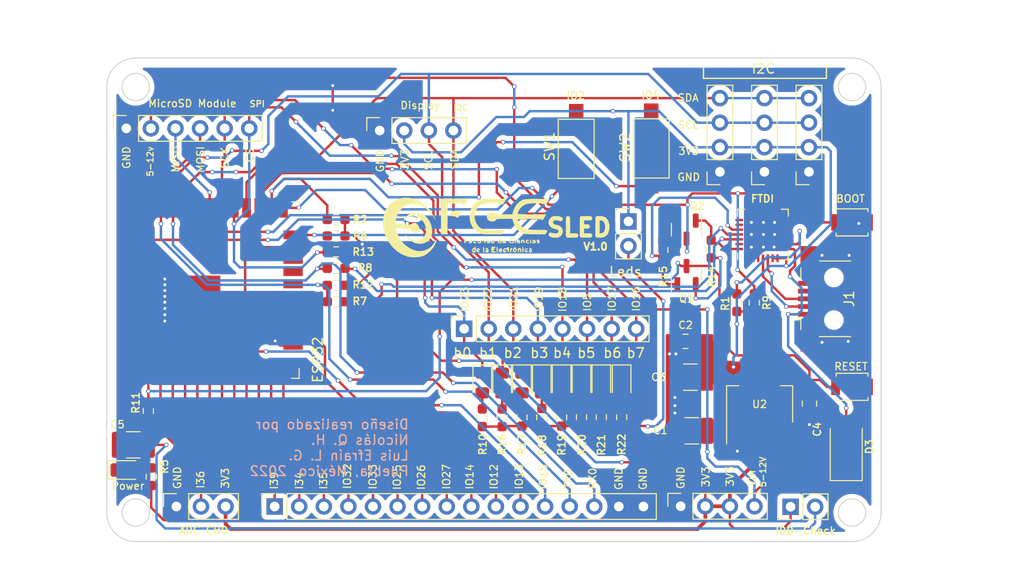
<source format=kicad_pcb>
(kicad_pcb (version 20211014) (generator pcbnew)
  (layers (0 "F.Cu" signal) (31 "B.Cu" signal) (34 "B.Paste" user) (35 "F.Paste" user) (36 "B.SilkS" user "B.Silkscreen") (37 "F.SilkS" user "F.Silkscreen") (38 "B.Mask" user) (39 "F.Mask" user) (44 "Edge.Cuts" user))
  (net 0 "")
  (net 1 "Earth")
  (net 2 "VDD3V3")
  (net 3 "Net-(D2-Pad2)")
  (net 4 "OTG_ID")
  (net 5 "Net-(J1-Pad3)")
  (net 6 "VCCUSB")
  (net 7 "Net-(J1-Pad2)")
  (net 8 "Net-(R1-Pad1)")
  (net 9 "/GPIO33")
  (net 10 "/GPIO25")
  (net 11 "/GPIO26")
  (net 12 "/EN")
  (net 37 "/TX0")
  (net 38 "/CS")
  (net 39 "/RX0")
  (net 40 "/RTS")
  (net 41 "/DTR")
  (net 42 "Net-(R7-Pad2)")
  (net 43 "Net-(Q1-Pad2)")
  (net 44 "Net-(Q2-Pad2)")
  (net 45 "/GPIO0")
  (net 46 "Net-(R8-Pad2)")
  (net 47 "/Vin")
  (net 48 "/SCK")
  (net 49 "/MISO")
  (net 50 "/MOSI")
  (net 51 "/SCL")
  (net 52 "/SDA")
  (net 53 "/GPIO2")
  (net 54 "/GPIO36")
  (net 55 "/GPIO39")
  (net 56 "/GPIO34")
  (net 57 "/GPIO35")
  (net 58 "/GPIO32")
  (net 59 "/GPIO27")
  (net 60 "/GPIO14")
  (net 61 "/GPIO12")
  (net 62 "/GPIO13")
  (net 63 "/GPIO15")
  (net 64 "/GPIO4")
  (net 65 "/RX2")
  (net 66 "/TX2")
  (net 67 "Net-(D1-Pad2)")
  (net 68 "Net-(D4-Pad2)")
  (net 69 "Net-(D5-Pad2)")
  (net 70 "Net-(D6-Pad2)")
  (net 71 "Net-(D7-Pad2)")
  (net 72 "Net-(D8-Pad2)")
  (net 73 "Net-(D9-Pad2)")
  (net 74 "Net-(D10-Pad2)")
  (net 75 "Net-(JP1-Pad2)")
  (net 76 "VDDMICRO")
  (footprint "LED_SMD:LED_0805_2012Metric_Pad1.15x1.40mm_HandSolder" (layer "F.Cu") (at 60.850003 53.600002 -90)
    (fp_text reference "D4" hide)
    (fp_text value "Rojo" hide)
  )
  (footprint "Resistor_SMD:R_0603_1608Metric_Pad0.98x0.95mm_HandSolder" (layer "F.Cu") (at 43.7 36.7)
    (fp_text reference "R2")
    (fp_text value "1K")
  )
  (footprint "Resistor_SMD:R_0603_1608Metric_Pad0.98x0.95mm_HandSolder" (layer "F.Cu") (at 77.45 39.85 90)
    (fp_text reference "R15")
    (fp_text value "10K")
  )
  (footprint "LED_SMD:LED_0805_2012Metric_Pad1.15x1.40mm_HandSolder" (layer "F.Cu") (at 22 62.600002)
    (fp_text reference "D2" hide)
    (fp_text value "Rojo")
  )
  (footprint "Package_TO_SOT_SMD:SOT-23" (layer "F.Cu") (at 79.9 37.75 -90)
    (fp_text reference "Q2")
    (fp_text value "S8050")
  )
  (footprint "Connector_PinSocket_2.54mm:PinSocket_1x16_P2.54mm_Vertical" (layer "F.Cu") (at 37.35 66.375 90)
    (fp_text reference "J7" hide)
    (fp_text value "GPIOS")
  )
  (footprint "Capacitor_SMD:C_1210_3225Metric_Pad1.33x2.70mm_HandSolder" (layer "F.Cu") (at 80.45 58.55 180)
    (fp_text reference "C1")
    (fp_text value "10uF")
  )
  (footprint "Capacitor_SMD:C_1210_3225Metric_Pad1.33x2.70mm_HandSolder" (layer "F.Cu") (at 22.75 60)
    (fp_text reference "C5")
    (fp_text value "100uF/6.3V")
  )
  (footprint "Resistor_SMD:R_0603_1608Metric_Pad0.98x0.95mm_HandSolder" (layer "F.Cu") (at 58.800009 57.200006 -90)
    (fp_text reference "R10")
    (fp_text value "1K" hide)
  )
  (footprint "Resistor_SMD:R_0603_1608Metric_Pad0.98x0.95mm_HandSolder" (layer "F.Cu") (at 43.7 40.05)
    (fp_text reference "R13")
    (fp_text value "10K")
  )
  (footprint "Resistor_SMD:R_0603_1608Metric_Pad0.98x0.95mm_HandSolder" (layer "F.Cu") (at 43.7 45.2)
    (fp_text reference "R7")
    (fp_text value "1K")
  )
  (footprint "LED_SMD:LED_0805_2012Metric_Pad1.15x1.40mm_HandSolder" (layer "F.Cu") (at 64.950003 53.6 -90)
    (fp_text reference "D6" hide)
    (fp_text value "Rojo" hide)
  )
  (footprint "Resistor_SMD:R_0603_1608Metric_Pad0.98x0.95mm_HandSolder" (layer "F.Cu") (at 62.900001 57.149993 -90)
    (fp_text reference "R17")
    (fp_text value "1K" hide)
  )
  (footprint "Resistor_SMD:R_0603_1608Metric_Pad0.98x0.95mm_HandSolder" (layer "F.Cu") (at 43.7 43.5)
    (fp_text reference "R12")
    (fp_text value "10K")
  )
  (footprint "LED_SMD:LED_0805_2012Metric_Pad1.15x1.40mm_HandSolder" (layer "F.Cu") (at 69.050003 53.6 -90)
    (fp_text reference "D8" hide)
    (fp_text value "Rojo" hide)
  )
  (footprint "Resistor_SMD:R_0603_1608Metric_Pad0.98x0.95mm_HandSolder" (layer "F.Cu") (at 24.6 63.3 -90)
    (fp_text reference "R5")
    (fp_text value "1K")
  )
  (footprint "Package_TO_SOT_SMD:SOT-23" (layer "F.Cu") (at 79.9 42.45 90)
    (fp_text reference "Q1")
    (fp_text value "S8050")
  )
  (footprint "LED_SMD:LED_0805_2012Metric_Pad1.15x1.40mm_HandSolder" (layer "F.Cu") (at 73.2 53.6 -90)
    (fp_text reference "D10" hide)
    (fp_text value "Rojo" hide)
  )
  (footprint "Resistor_SMD:R_0603_1608Metric_Pad0.98x0.95mm_HandSolder" (layer "F.Cu") (at 73.200003 57.15 -90)
    (fp_text reference "R22")
    (fp_text value "1K")
  )
  (footprint "Connector_PinSocket_2.54mm:PinSocket_1x06_P2.54mm_Vertical" (layer "F.Cu") (at 22.025 27.275 90)
    (fp_text reference "J2" hide)
    (fp_text value "SD_Module")
  )
  (footprint "LED_SMD:LED_0805_2012Metric_Pad1.15x1.40mm_HandSolder" (layer "F.Cu") (at 67.000008 53.59999 -90)
    (fp_text reference "D7" hide)
    (fp_text value "Rojo" hide)
  )
  (footprint "Capacitor_SMD:C_1210_3225Metric_Pad1.33x2.70mm_HandSolder" (layer "F.Cu") (at 80.3 53 180)
    (fp_text reference "C3")
    (fp_text value "10uF")
  )
  (footprint "Connector_PinSocket_2.54mm:PinSocket_1x04_P2.54mm_Vertical" (layer "F.Cu") (at 92.55 31.77 180)
    (fp_text reference "J5" hide)
    (fp_text value "i2c_2")
  )
  (footprint "Diode_SMD:D_SMA" (layer "F.Cu") (at 96.40001 60.300006 90)
    (fp_text reference "D3")
    (fp_text value "SS14" hide)
  )
  (footprint "Connector_PinSocket_2.54mm:PinSocket_1x04_P2.54mm_Vertical" (layer "F.Cu") (at 83.35 31.77 180)
    (fp_text reference "J4" hide)
    (fp_text value "i2c_1")
  )
  (footprint "Resistor_SMD:R_0603_1608Metric_Pad0.98x0.95mm_HandSolder" (layer "F.Cu") (at 24.3 56.5 90)
    (fp_text reference "R11")
    (fp_text value "10K")
  )
  (footprint "Connector_PinSocket_2.54mm:PinSocket_1x04_P2.54mm_Vertical" (layer "F.Cu") (at 87.95 31.77 180)
    (fp_text reference "J6" hide)
    (fp_text value "i2c_3")
  )
  (footprint "Connector_PinSocket_2.54mm:PinSocket_1x08_P2.54mm_Vertical" (layer "F.Cu") (at 56.925007 48.000006 90)
    (fp_text reference "J9" hide)
    (fp_text value "Conn_01x08_Female")
  )
  (footprint "Button_Switch_SMD:SW_SPST_B3U-1000P" (layer "F.Cu") (at 97.000009 53.999994)
    (fp_text reference "RST1" hide)
    (fp_text value "Reset" hide)
  )
  (footprint "Capacitor_SMD:C_0805_2012Metric_Pad1.18x1.45mm_HandSolder" (layer "F.Cu") (at 92.6 55.7375 -90)
    (fp_text reference "C4")
    (fp_text value "10uF")
  )
  (footprint "Package_DFN_QFN:QFN-28-1EP_5x5mm_P0.5mm_EP3.35x3.35mm" (layer "F.Cu") (at 87.800002 38.250012 90)
    (fp_text reference "U1" hide)
    (fp_text value "CP2102N-Axx-xQFN28" hide)
  )
  (footprint "Resistor_SMD:R_0603_1608Metric_Pad0.98x0.95mm_HandSolder" (layer "F.Cu") (at 71.100003 57.15 -90)
    (fp_text reference "R21")
    (fp_text value "1K")
  )
  (footprint "Resistor_SMD:R_0603_1608Metric_Pad0.98x0.95mm_HandSolder" (layer "F.Cu") (at 43.7 38.4)
    (fp_text reference "R6")
    (fp_text value "1K")
  )
  (footprint "Connector_PinSocket_2.54mm:PinSocket_1x04_P2.54mm_Vertical" (layer "F.Cu") (at 48.2 27.5 90)
    (fp_text reference "J3" hide)
    (fp_text value "OLED_i2c")
  )
  (footprint "Resistor_SMD:R_0603_1608Metric_Pad0.98x0.95mm_HandSolder" (layer "F.Cu") (at 64.950009 57.149993 -90)
    (fp_text reference "R18")
    (fp_text value "1K" hide)
  )
  (footprint "Button_Switch_SMD:SW_SPST_B3U-1000P" (layer "F.Cu") (at 97.000009 37.000002)
    (fp_text reference "RST2" hide)
    (fp_text value "Flash" hide)
  )
  (footprint "Capacitor_SMD:C_0805_2012Metric_Pad1.18x1.45mm_HandSolder" (layer "F.Cu") (at 79.8 49.3)
    (fp_text reference "C2")
    (fp_text value "0.1uF")
  )
  (footprint "Package_TO_SOT_SMD:SOT-223-3_TabPin2" (layer "F.Cu") (at 87.44999 55.79999 90)
    (fp_text reference "U2")
    (fp_text value "AMS1117-3.3" hide)
  )
  (footprint "LED_SMD:LED_0805_2012Metric_Pad1.15x1.40mm_HandSolder" (layer "F.Cu") (at 62.900003 53.6 -90)
    (fp_text reference "D5" hide)
    (fp_text value "Rojo" hide)
  )
  (footprint "Resistor_SMD:R_0603_1608Metric_Pad0.98x0.95mm_HandSolder" (layer "F.Cu") (at 82.45 39.75 -90)
    (fp_text reference "R14")
    (fp_text value "10K")
  )
  (footprint "Resistor_SMD:R_0603_1608Metric_Pad0.98x0.95mm_HandSolder" (layer "F.Cu") (at 67.000003 57.15 -90)
    (fp_text reference "R19")
    (fp_text value "1K")
  )
  (footprint "RF_Module:ESP32-WROOM-32" (layer "F.Cu") (at 29.999991 43.999988 90)
    (fp_text reference "U4" hide)
    (fp_text value "ESP32-WROOM-32")
  )
  (footprint "SamacSys_Parts:fce" (layer "F.Cu") (at 58.2 37.5)
    (fp_text reference "G***" hide)
    (fp_text value "LOGO" hide)
  )
  (footprint "Connector_PinHeader_2.54mm:PinHeader_1x02_P2.54mm_Vertical" (layer "F.Cu") (at 90.65 66.4 90)
    (fp_text reference "J11" hide)
    (fp_text value "Corriente")
  )
  (footprint "Resistor_SMD:R_0603_1608Metric_Pad0.98x0.95mm_HandSolder" (layer "F.Cu") (at 86.9 45.3 -90)
    (fp_text reference "R9")
    (fp_text value "10K" hide)
  )
  (footprint "Connector_PinSocket_2.54mm:PinSocket_1x03_P2.54mm_Vertical" (layer "F.Cu") (at 27.199996 66.375001 90)
    (fp_text reference "J10" hide)
    (fp_text value "Trimpod")
  )
  (footprint "LED_SMD:LED_0805_2012Metric_Pad1.15x1.40mm_HandSolder" (layer "F.Cu") (at 58.800009 53.600002 -90)
    (fp_text reference "D1" hide)
    (fp_text value "Rojo" hide)
  )
  (footprint "Connector_PinHeader_2.54mm:PinHeader_1x02_P2.54mm_Vertical" (layer "F.Cu") (at 73.9 36.9)
    (fp_text reference "JP1" hide)
    (fp_text value "Jumper_2_Bridged")
  )
  (footprint "Resistor_SMD:R_0603_1608Metric_Pad0.98x0.95mm_HandSolder" (layer "F.Cu") (at 43.7 41.75)
    (fp_text reference "R8")
    (fp_text value "1K")
  )
  (footprint "Resistor_SMD:R_0603_1608Metric_Pad0.98x0.95mm_HandSolder" (layer "F.Cu") (at 85.1 45.3 -90)
    (fp_text reference "R1")
    (fp_text value "4.7K" hide)
  )
  (footprint "Connector_PinSocket_2.54mm:PinSocket_1x04_P2.54mm_Vertical" (layer "F.Cu") (at 79.3 66.35 90)
    (fp_text reference "J8" hide)
    (fp_text value "Voltajes")
  )
  (footprint "Button_Switch_SMD:SW_SPST_CK_RS282G05A3" (layer "F.Cu") (at 68.5 29.4 90)
    (fp_text reference "RST3" hide)
    (fp_text value "SW1")
  )
  (footprint "Resistor_SMD:R_0603_1608Metric_Pad0.98x0.95mm_HandSolder" (layer "F.Cu") (at 69.050003 57.1375 -90)
    (fp_text reference "R20")
    (fp_text value "1K")
  )
  (footprint "Resistor_SMD:R_0603_1608Metric_Pad0.98x0.95mm_HandSolder" (layer "F.Cu") (at 60.849992 57.200006 -90)
    (fp_text reference "R16")
    (fp_text value "1K" hide)
  )
  (footprint "Connector_USB:USB_Mini-B_Lumberg_2486_01_Horizontal" (layer "F.Cu") (at 95.125007 44.900012 90)
    (fp_text reference "J1")
    (fp_text value "USB_B_Micro")
  )
  (footprint "LED_SMD:LED_0805_2012Metric_Pad1.15x1.40mm_HandSolder" (layer "F.Cu") (at 71.10001 53.599994 -90)
    (fp_text reference "D9" hide)
    (fp_text value "Rojo" hide)
  )
  (footprint "Button_Switch_SMD:SW_SPST_CK_RS282G05A3" (layer "F.Cu") (at 76.25 29.35 90)
    (fp_text reference "RST4" hide)
    (fp_text value "SW2")
  )
  (gr_line (start 94.35 22.1) (end 94.35 20.85) (layer "F.SilkS") (width 0.15))
  (gr_line (start 81.65 22.1) (end 94.35 22.1) (layer "F.SilkS") (width 0.15))
  (gr_line (start 81.65 21) (end 81.65 22.1) (layer "F.SilkS") (width 0.15))
  (gr_line (start 100 23) (end 100 67) (layer "Edge.Cuts") (width 0.1))
  (gr_arc (start 23 70) (mid 20.87868 69.12132) (end 20 67) (layer "Edge.Cuts") (width 0.1))
  (gr_circle (center 97 67) (end 98 68) (layer "Edge.Cuts") (width 0.1) (fill none))
  (gr_circle (center 23 23) (end 24 22) (layer "Edge.Cuts") (width 0.1) (fill none))
  (gr_line (start 23 20) (end 97 20) (layer "Edge.Cuts") (width 0.1))
  (gr_circle (center 97 23) (end 98 22) (layer "Edge.Cuts") (width 0.1) (fill none))
  (gr_arc (start 100 67) (mid 99.12132 69.12132) (end 97 70) (layer "Edge.Cuts") (width 0.1))
  (gr_arc (start 20 23) (mid 20.87868 20.87868) (end 23 20) (layer "Edge.Cuts") (width 0.1))
  (gr_line (start 20 23) (end 20 67) (layer "Edge.Cuts") (width 0.1))
  (gr_circle (center 23 67) (end 24 68) (layer "Edge.Cuts") (width 0.1) (fill none))
  (gr_line (start 23 70) (end 97 70) (layer "Edge.Cuts") (width 0.1))
  (gr_arc (start 97 20) (mid 99.12132 20.87868) (end 100 23) (layer "Edge.Cuts") (width 0.1))
  (gr_text "Diseño realizado por\nNicolás Q. H.\nLuis Efraín L. G.\nPuebla, México, 2022" (at 51.299999 60.300006) (layer "B.SilkS") (effects (font (size 1 1)) (justify left mirror)))
  (gr_text "IO14" (at 57.5 63.3 90) (layer "F.SilkS") (effects (font (size 0.762 0.762) (thickness 0.127))))
  (gr_text "SCL" (at 53.250008 30.550002 90) (layer "F.SilkS") (effects (font (size 0.762 0.762) (thickness 0.127))))
  (gr_text "CS" (at 34.8 30.05 90) (layer "F.SilkS") (effects (font (size 0.762 0.762) (thickness 0.127))))
  (gr_text "IO4" (at 76.2 23.850001) (layer "F.SilkS") (effects (font (size 0.762 0.762) (thickness 0.127))))
  (gr_text "RX0" (at 70.2 63.5 90) (layer "F.SilkS") (effects (font (size 0.762 0.762) (thickness 0.127))))
  (gr_text "b5" (at 69.550001 50.500001) (layer "F.SilkS") (effects (font (size 1 1))))
  (gr_text "IO15\n" (at 65.1 63.3 90) (layer "F.SilkS") (effects (font (size 0.762 0.762) (thickness 0.127))))
  (gr_text "IO25\n" (at 50 63.35 90) (layer "F.SilkS") (effects (font (size 0.762 0.762) (thickness 0.127))))
  (gr_text "I35" (at 42.4 63.7 90) (layer "F.SilkS") (effects (font (size 0.762 0.762) (thickness 0.127))))
  (gr_text "3V3\n" (at 81.899989 63.3 90) (layer "F.SilkS") (effects (font (size 0.762 0.762) (thickness 0.127))))
  (gr_text "GND" (at 80.125 32.32) (layer "F.SilkS") (effects (font (size 0.762 0.762) (thickness 0.127))))
  (gr_text "b3" (at 64.699998 50.500001) (layer "F.SilkS") (effects (font (size 1 1))))
  (gr_text "FTDI" (at 87.75 34.55) (layer "F.SilkS") (effects (font (size 0.762 0.762))))
  (gr_text "BOOT" (at 96.85 34.55) (layer "F.SilkS") (effects (font (size 0.762 0.762) (thickness 0.127))))
  (gr_text "IO5" (at 69.65 45.25 90) (layer "F.SilkS") (effects (font (size 0.762 0.762) (thickness 0.127))))
  (gr_text "SPI" (at 35.55 24.75) (layer "F.SilkS") (effects (font (size 0.635 0.635) (thickness 0.127))))
  (gr_text "3V3" (at 80.125011 29.620007) (layer "F.SilkS") (effects (font (size 0.762 0.762) (thickness 0.127))))
  (gr_text "MISO\n" (at 27.1 30.45 90) (layer "F.SilkS") (effects (font (size 0.762 0.762) (thickness 0.127))))
  (gr_text "IO26" (at 52.5 63.35 90) (layer "F.SilkS") (effects (font (size 0.762 0.762) (thickness 0.127))))
  (gr_text "I36" (at 29.7 63.6 90) (layer "F.SilkS") (effects (font (size 0.762 0.762) (thickness 0.127))))
  (gr_text "IO13\n" (at 62.6 63.3 90) (layer "F.SilkS") (effects (font (size 0.762 0.762) (thickness 0.127))))
  (gr_text "SDA\n" (at 80.075 24.12) (layer "F.SilkS") (effects (font (size 0.762 0.762) (thickness 0.127))))
  (gr_text "SCL" (at 80.075 26.92) (layer "F.SilkS") (effects (font (size 0.762 0.762) (thickness 0.127))))
  (gr_text "IO16" (at 74.700003 44.9 90) (layer "F.SilkS") (effects (font (size 0.762 0.762) (thickness 0.127))))
  (gr_text "SCK\n" (at 32.2 30.3 90) (layer "F.SilkS") (effects (font (size 0.762 0.762) (thickness 0.127))))
  (gr_text "I2C" (at 56.599988 25.150001) (layer "F.SilkS") (effects (font (size 0.635 0.635) (thickness 0.127))))
  (gr_text "b2" (at 61.94999 50.500001) (layer "F.SilkS") (effects (font (size 1 1))))
  (gr_text "SW1" (at 65.75 29.15 90) (layer "F.SilkS") (effects (font (size 1 1))))
  (gr_text "RESET" (at 96.9 51.9) (layer "F.SilkS") (effects (font (size 0.762 0.762) (thickness 0.127))))
  (gr_text "Power" (at 22.2 64.25) (layer "F.SilkS") (effects (font (size 0.762 0.762) (thickness 0.127))))
  (gr_text "IO21" (at 62.05 44.9 90) (layer "F.SilkS") (effects (font (size 0.762 0.762) (thickness 0.127))))
  (gr_text "5-12V" (at 87.800002 62.800001 90) (layer "F.SilkS") (effects (font (size 0.635 0.635) (thickness 0.127))))
  (gr_text "5-12v" (at 24.5 30.7 90) (layer "F.SilkS") (effects (font (size 0.635 0.635) (thickness 0.127))))
  (gr_text "GND" (at 72.9 63.5 90) (layer "F.SilkS") (effects (font (size 0.762 0.762) (thickness 0.127))))
  (gr_text "SW2" (at 73.549993 29.250005 90) (layer "F.SilkS") (effects (font (size 1 1))))
  (gr_text "IO27" (at 55.1 63.3 90) (layer "F.SilkS") (effects (font (size 0.762 0.762) (thickness 0.127))))
  (gr_text "ADC CH0" (at 30 68.85) (layer "F.SilkS") (effects (font (size 0.762 0.762))))
  (gr_text "V1.0" (at 70.500011 39.499997) (layer "F.SilkS") (effects (font (size 0.762 0.762) (thickness 0.1905))))
  (gr_text "3V3\n" (at 32.25 63.45 90) (layer "F.SilkS") (effects (font (size 0.762 0.762) (thickness 0.127))))
  (gr_text "3V3" (at 84.400009 63.249988 90) (layer "F.SilkS") (effects (font (size 0.762 0.762) (thickness 0.127))))
  (gr_text "3V3" (at 50.8 30.5 90) (layer "F.SilkS") (effects (font (size 0.762 0.762) (thickness 0.127))))
  (gr_text "GND" (at 79.3 63.4 90) (layer "F.SilkS") (effects (font (size 0.762 0.762) (thickness 0.127))))
  (gr_text "Display" (at 52.4 24.9) (layer "F.SilkS") (effects (font (size 0.762 0.762) (thickness 0.127))))
  (gr_text "IO19" (at 64.65 44.95 90) (layer "F.SilkS") (effects (font (size 0.762 0.762) (thickness 0.127))))
  (gr_text "b4" (at 67.050006 50.500001) (layer "F.SilkS") (effects (font (size 1 1))))
  (gr_text "I39" (at 37.3 63.7 90) (layer "F.SilkS") (effects (font (size 0.762 0.762) (thickness 0.127))))
  (gr_text "MOSI" (at 29.7 30.5 90) (layer "F.SilkS") (effects (font (size 0.762 0.762) (thickness 0.127))))
  (gr_text "GND" (at 75.4 63.5 90) (layer "F.SilkS") (effects (font (size 0.762 0.762) (thickness 0.127))))
  (gr_text "IO22" (at 59.4 44.95 90) (layer "F.SilkS") (effects (font (size 0.762 0.762) (thickness 0.127))))
  (gr_text "Vin\n\n" (at 87.25 63.45 90) (layer "F.SilkS") (effects (font (size 0.762 0.762) (thickness 0.127))))
  (gr_text "IDD-Check" (at 92.199993 68.899989) (layer "F.SilkS") (effects (font (size 0.762 0.762))))
  (gr_text "GND" (at 27.3 63.4 90) (layer "F.SilkS") (effects (font (size 0.762 0.762) (thickness 0.127))))
  (gr_text "b6" (at 72.249995 50.500001) (layer "F.SilkS") (effects (font (size 1 1))))
  (gr_text "ESP32" (at 41.8 51.2 90) (layer "F.SilkS") (effects (font (size 1 1))))
  (gr_text "GND" (at 48.25 30.65 90) (layer "F.SilkS") (effects (font (size 0.762 0.762) (thickness 0.127))))
  (gr_text "b7" (at 74.64999 50.500001) (layer "F.SilkS") (effects (font (size 1 1))))
  (gr_text "IO23" (at 57 44.95 90) (layer "F.SilkS") (effects (font (size 0.762 0.762) (thickness 0.127))))
  (gr_text "TX0" (at 67.7 63.5 90) (layer "F.SilkS") (effects (font (size 0.762 0.762) (thickness 0.127))))
  (gr_text "IO2" (at 68.45 23.9) (layer "F.SilkS") (effects (font (size 0.762 0.762) (thickness 0.127))))
  (gr_text "IO12" (at 60 63.3 90) (layer "F.SilkS") (effects (font (size 0.762 0.762) (thickness 0.127))))
  (gr_text "IO18" (at 67.099993 44.95 90) (layer "F.SilkS") (effects (font (size 0.762 0.762) (thickness 0.127))))
  (gr_text "Leds" (at 73.600005 42.099992) (layer "F.SilkS") (effects (font (size 1 1))))
  (gr_text "IO33\n" (at 47.5 63.3 90) (layer "F.SilkS") (effects (font (size 0.762 0.762) (thickness 0.127))))
  (gr_text "IO32\n" (at 44.85 63.25 90) (layer "F.SilkS") (effects (font (size 0.762 0.762) (thickness 0.127))))
  (gr_text "GND" (at 22.05 30.3 90) (layer "F.SilkS") (effects (font (size 0.762 0.762) (thickness 0.127))))
  (gr_text "IO17" (at 72.2 44.9 90) (layer "F.SilkS") (effects (font (size 0.762 0.762) (thickness 0.127))))
  (gr_text "SDA" (at 55.950002 30.450003 90) (layer "F.SilkS") (effects (font (size 0.762 0.762) (thickness 0.127))))
  (gr_text "b1" (at 59.400008 50.500001) (layer "F.SilkS") (effects (font (size 1 1))))
  (gr_text "I34" (at 39.9 63.7 90) (layer "F.SilkS") (effects (font (size 0.762 0.762) (thickness 0.127))))
  (gr_text "I2C" (at 87.85 21.1) (layer "F.SilkS") (effects (font (size 1 1))))
  (gr_text "MicroSD Module" (at 28.85 24.7) (layer "F.SilkS") (effects (font (size 0.762 0.762) (thickness 0.127))))
  (gr_text "SLED" (at 68.799989 37.549988) (layer "F.SilkS") (effects (font (size 1.778 1.778) (thickness 0.4445))))
  (gr_text "b0" (at 56.750001 50.500001) (layer "F.SilkS") (effects (font (size 1 1))))
  (segment (start 43.35 25.4) (end 43.35 22.85) (width 0.25) (layer "F.Cu") (net 1))
  (segment (start 97.975007 51.575007) (end 97.975007 49.350012) (width 0.25) (layer "F.Cu") (net 1))
  (segment (start 87.3 40.7) (end 87.3 38.75) (width 0.25) (layer "F.Cu") (net 1))
  (segment (start 96.7 40.4) (end 97.925 40.4) (width 0.25) (layer "F.Cu") (net 1))
  (segment (start 37.865 49.715) (end 39.255 49.715) (width 0.25) (layer "F.Cu") (net 1))
  (segment (start 98.6 37.1) (end 98.7 37) (width 0.25) (layer "F.Cu") (net 1))
  (segment (start 97.924995 49.3) (end 96.6 49.3) (width 0.25) (layer "F.Cu") (net 1))
  (segment (start 37.4 49.25) (end 37.865 49.715) (width 0.25) (layer "F.Cu") (net 1))
  (segment (start 24.15 47.2) (end 26 47.2) (width 0.25) (layer "F.Cu") (net 1))
  (segment (start 21.745 27.555) (end 22.025 27.275) (width 0.25) (layer "F.Cu") (net 1))
  (segment (start 92.575 49.4) (end 92.525 49.35) (width 0.25) (layer "F.Cu") (net 1))
  (segment (start 93.9 40.4) (end 92.575 40.4) (width 0.25) (layer "F.Cu") (net 1))
  (segment (start 92.425 43.3) (end 92.425 40.55) (width 0.25) (layer "F.Cu") (net 1))
  (segment (start 21.125 62.6) (end 21.125 60.0625) (width 0.25) (layer "F.Cu") (net 1))
  (segment (start 92.425 40.55) (end 92.525 40.45) (width 0.25) (layer "F.Cu") (net 1))
  (segment (start 45.45 38.3) (end 44.6125 38.3) (width 0.25) (layer "F.Cu") (net 1))
  (segment (start 21.745 35.5) (end 21.745 27.555) (width 0.25) (layer "F.Cu") (net 1))
  (segment (start 97.925 40.4) (end 97.975 40.45) (width 0.25) (layer "F.Cu") (net 1))
  (segment (start 21.745 52.5) (end 21.745 55.355) (width 0.25) (layer "F.Cu") (net 1))
  (segment (start 46.4 39.25) (end 45.45 38.3) (width 0.25) (layer "F.Cu") (net 1))
  (segment (start 21.125 60.0625) (end 21.1875 60) (width 0.25) (layer "F.Cu") (net 1))
  (segment (start 93.9 49.4) (end 92.575 49.4) (width 0.25) (layer "F.Cu") (net 1))
  (segment (start 87.3 38.75) (end 87.8 38.25) (width 0.25) (layer "F.Cu") (net 1))
  (segment (start 92.6 57.9) (end 92.6 56.775) (width 0.25) (layer "F.Cu") (net 1))
  (segment (start 85.15 58.95) (end 85.15 60.65) (width 0.25) (layer "F.Cu") (net 1))
  (segment (start 21.745 55.355) (end 21.1875 55.9125) (width 0.25) (layer "F.Cu") (net 1))
  (segment (start 98.700009 53.999994) (end 98.7 53.999985) (width 0.25) (layer "F.Cu") (net 1))
  (segment (start 97.7 37.1) (end 98.6 37.1) (width 0.25) (layer "F.Cu") (net 1))
  (segment (start 98.7 52.3) (end 97.975007 51.575007) (width 0.25) (layer "F.Cu") (net 1))
  (segment (start 98.7 53.999985) (end 98.7 52.3) (width 0.25) (layer "F.Cu") (net 1))
  (segment (start 44.6125 36.7) (end 44.6125 38.3) (width 0.25) (layer "F.Cu") (net 1))
  (segment (start 21.745 49.605) (end 24.15 47.2) (width 0.25) (layer "F.Cu") (net 1))
  (segment (start 21.745 52.5) (end 21.745 49.605) (width 0.25) (layer "F.Cu") (net 1))
  (segment (start 92.575 40.4) (end 92.525 40.45) (width 0.25) (layer "F.Cu") (net 1))
  (segment (start 21.1875 55.9125) (end 21.1875 60) (width 0.25) (layer "F.Cu") (net 1))
  (via (at 87.85 39.55) (size 0.4572) (drill 0.3048) (layers "F.Cu" "B.Cu") (net 1))
  (via (at 78.7 56.7) (size 0.4572) (drill 0.3048) (layers "F.Cu" "B.Cu") (net 1))
  (via (at 87.85 37) (size 0.4572) (drill 0.3048) (layers "F.Cu" "B.Cu") (net 1))
  (via (at 25.999999 42.850003) (size 0.4572) (drill 0.3048) (layers "F.Cu" "B.Cu") (net 1))
  (via (at 43.350002 22.85) (size 0.4572) (drill 0.3048) (layers "F.Cu" "B.Cu") (net 1))
  (via (at 26 44.65) (size 0.4572) (drill 0.3048) (layers "F.Cu" "B.Cu") (net 1))
  (via (at 78.7 55.1) (size 0.4572) (drill 0.3048) (layers "F.Cu" "B.Cu") (net 1))
  (via (at 93.9 40.4) (size 0.4572) (drill 0.3048) (layers "F.Cu" "B.Cu") (net 1))
  (via (at 26 45.25) (size 0.4572) (drill 0.3048) (layers "F.Cu" "B.Cu") (net 1))
  (via (at 88.95 39.55) (size 0.4572) (drill 0.3048) (layers "F.Cu" "B.Cu") (net 1))
  (via (at 96.7 40.4) (size 0.4572) (drill 0.3048) (layers "F.Cu" "B.Cu") (net 1))
  (via (at 93.9 49.4) (size 0.4572) (drill 0.3048) (layers "F.Cu" "B.Cu") (net 1))
  (via (at 97.7 37.1) (size 0.4572) (drill 0.3048) (layers "F.Cu" "B.Cu") (net 1))
  (via (at 78.15 50.6) (size 0.4572) (drill 0.3048) (layers "F.Cu" "B.Cu") (net 1))
  (via (at 26 44.05) (size 0.4572) (drill 0.3048) (layers "F.Cu" "B.Cu") (net 1))
  (via (at 89 38.25) (size 0.4572) (drill 0.3048) (layers "F.Cu" "B.Cu") (net 1))
  (via (at 78.7 55.95) (size 0.4572) (drill 0.3048) (layers "F.Cu" "B.Cu") (net 1))
  (via (at 86.6 37) (size 0.4572) (drill 0.3048) (layers "F.Cu" "B.Cu") (net 1))
  (via (at 96.6 49.3) (size 0.4572) (drill 0.3048) (layers "F.Cu" "B.Cu") (net 1))
  (via (at 92.6 57.9) (size 0.4572) (drill 0.3048) (layers "F.Cu" "B.Cu") (net 1))
  (via (at 78.8 50.6) (size 0.4572) (drill 0.3048) (layers "F.Cu" "B.Cu") (net 1))
  (via (at 43.350002 25.4) (size 0.4572) (drill 0.3048) (layers "F.Cu" "B.Cu") (net 1))
  (via (at 37.4 49.25) (size 0.4572) (drill 0.3048) (layers "F.Cu" "B.Cu") (net 1))
  (via (at 26 46.55) (size 0.4572) (drill 0.3048) (layers "F.Cu" "B.Cu") (net 1))
  (via (at 85.149995 60.649993) (size 0.4572) (drill 0.3048) (layers "F.Cu" "B.Cu") (net 1))
  (via (at 46.4 39.25) (size 0.4572) (drill 0.3048) (layers "F.Cu" "B.Cu") (net 1))
  (via (at 86.6 39.55) (size 0.4572) (drill 0.3048) (layers "F.Cu" "B.Cu") (net 1))
  (via (at 86.6 38.25) (size 0.4572) (drill 0.3048) (layers "F.Cu" "B.Cu") (net 1))
  (via (at 89 37) (size 0.4572) (drill 0.3048) (layers "F.Cu" "B.Cu") (net 1))
  (via (at 26 43.45) (size 0.4572) (drill 0.3048) (layers "F.Cu" "B.Cu") (net 1))
  (via (at 26 45.9) (size 0.4572) (drill 0.3048) (layers "F.Cu" "B.Cu") (net 1))
  (via (at 87.85 38.25) (size 0.4572) (drill 0.3048) (layers "F.Cu" "B.Cu") (net 1))
  (via (at 26 47.2) (size 0.4572) (drill 0.3048) (layers "F.Cu" "B.Cu") (net 1))
  (segment (start 72.85 66.315) (end 72.91 66.375) (width 0.25) (layer "B.Cu") (net 1))
  (segment (start 48.5 41.5) (end 47.25 41.5) (width 0.25) (layer "F.Cu") (net 2))
  (segment (start 87.44999 52.650009) (end 87.44999 58.949996) (width 0.4572) (layer "F.Cu") (net 2))
  (segment (start 85.1 46.2125) (end 86.9 46.2125) (width 0.25) (layer "F.Cu") (net 2))
  (segment (start 47.25 40.85) (end 46.45 40.05) (width 0.25) (layer "F.Cu") (net 2))
  (segment (start 90.000012 40.700012) (end 90.2 40.9) (width 0.25) (layer "F.Cu") (net 2))
  (segment (start 89.300002 40.700012) (end 90.000012 40.700012) (width 0.25) (layer "F.Cu") (net 2))
  (segment (start 90.2 40.9) (end 90.2 41.5) (width 0.25) (layer "F.Cu") (net 2))
  (segment (start 79 61.8) (end 73.2 61.8) (width 0.25) (layer "F.Cu") (net 2))
  (segment (start 85.1 46.2125) (end 85.1 47.5) (width 0.25) (layer "F.Cu") (net 2))
  (segment (start 89.9 68.65) (end 90.65 67.9) (width 0.25) (layer "F.Cu") (net 2))
  (segment (start 50 43) (end 48.5 41.5) (width 0.25) (layer "F.Cu") (net 2))
  (segment (start 81.84 66.35) (end 81.84 64.64) (width 0.25) (layer "F.Cu") (net 2))
  (segment (start 24.6 64.2125) (end 24.6 66.5) (width 0.25) (layer "F.Cu") (net 2))
  (segment (start 76 25.5) (end 76.15 25.35) (width 0.25) (layer "F.Cu") (net 2))
  (segment (start 87.44999 60.85001) (end 87.44999 58.949996) (width 0.381) (layer "F.Cu") (net 2))
  (segment (start 81.839994 66.350007) (end 81.839994 67.909999) (width 0.381) (layer "F.Cu") (net 2))
  (segment (start 90.65 67.9) (end 90.65 66.4) (width 0.25) (layer "F.Cu") (net 2))
  (segment (start 44.6125 43.5) (end 45.95 43.5) (width 0.25) (layer "F.Cu") (net 2))
  (segment (start 50 46.714282) (end 50 43) (width 0.25) (layer "F.Cu") (net 2))
  (segment (start 87.44999 60.85001) (end 87.44999 61.400004) (width 0.381) (layer "F.Cu") (net 2))
  (segment (start 88.800002 40.700012) (end 89.300002 40.700012) (width 0.25) (layer "F.Cu") (net 2))
  (segment (start 54.585718 51.3) (end 50 46.714282) (width 0.25) (layer "F.Cu") (net 2))
  (segment (start 81.050003 68.69999) (end 32.79999 68.69999) (width 0.381) (layer "F.Cu") (net 2))
  (segment (start 24.6 66.5) (end 25.88 67.78) (width 0.25) (layer "F.Cu") (net 2))
  (segment (start 84.38 66.35) (end 84.38 68.23) (width 0.25) (layer "F.Cu") (net 2))
  (segment (start 72.3 25.5) (end 68.5 25.5) (width 0.25) (layer "F.Cu") (net 2))
  (segment (start 72.3 25.5) (end 76 25.5) (width 0.25) (layer "F.Cu") (net 2))
  (segment (start 81.84 64.64) (end 79 61.8) (width 0.25) (layer "F.Cu") (net 2))
  (segment (start 56.4 51.3) (end 54.585718 51.3) (width 0.25) (layer "F.Cu") (net 2))
  (segment (start 32.28 68.18) (end 32.28 67.78) (width 0.381) (layer "F.Cu") (net 2))
  (segment (start 32.28 67.78) (end 32.28 66.375) (width 0.381) (layer "F.Cu") (net 2))
  (segment (start 84.379994 66.350007) (end 81.839994 66.350007) (width 0.381) (layer "F.Cu") (net 2))
  (segment (start 84.8 68.65) (end 89.9 68.65) (width 0.25) (layer "F.Cu") (net 2))
  (segment (start 47.25 41.5) (end 47.25 40.85) (width 0.25) (layer "F.Cu") (net 2))
  (segment (start 84.38 68.23) (end 84.8 68.65) (width 0.25) (layer "F.Cu") (net 2))
  (segment (start 87.44999 61.400004) (end 84.379994 64.470001) (width 0.381) (layer "F.Cu") (net 2))
  (segment (start 25.88 67.78) (end 32.28 67.78) (width 0.25) (layer "F.Cu") (net 2))
  (segment (start 45.95 43.5) (end 47.25 42.2) (width 0.25) (layer "F.Cu") (net 2))
  (segment (start 81.839994 67.909999) (end 81.050003 68.69999) (width 0.381) (layer "F.Cu") (net 2))
  (segment (start 84.379994 64.470001) (end 84.379994 66.350007) (width 0.381) (layer "F.Cu") (net 2))
  (segment (start 47.25 42.2) (end 47.25 41.5) (width 0.25) (layer "F.Cu") (net 2))
  (segment (start 46.45 40.05) (end 44.6125 40.05) (width 0.25) (layer "F.Cu") (net 2))
  (segment (start 32.79999 68.69999) (end 32.28 68.18) (width 0.381) (layer "F.Cu") (net 2))
  (via (at 73.200006 61.800003) (size 0.4572) (drill 0.3048) (layers "F.Cu" "B.Cu") (net 2))
  (via (at 90.2 41.5) (size 0.4572) (drill 0.3048) (layers "F.Cu" "B.Cu") (net 2))
  (via (at 85.100008 47.500007) (size 0.4572) (drill 0.3048) (layers "F.Cu" "B.Cu") (net 2))
  (via (at 84.749996 51.95001) (size 0.4572) (drill 0.3048) (layers "F.Cu" "B.Cu") (net 2))
  (via (at 72.3 25.5) (size 0.4572) (drill 0.3048) (layers "F.Cu" "B.Cu") (net 2))
  (via (at 56.399989 51.299999) (size 0.4572) (drill 0.3048) (layers "F.Cu" "B.Cu") (net 2))
  (segment (start 85.1 47.5) (end 85.1 50.6) (width 0.25) (layer "B.Cu") (net 2))
  (segment (start 92.55 29.23) (end 87.95 29.23) (width 0.25) (layer "B.Cu") (net 2))
  (segment (start 88.5 41.5) (end 85.100008 44.899992) (width 0.25) (layer "B.Cu") (net 2))
  (segment (start 60 51.3) (end 56.6 51.3) (width 0.25) (layer "B.Cu") (net 2))
  (segment (start 77.05 25.5) (end 73.95 25.5) (width 0.25) (layer "B.Cu") (net 2))
  (segment (start 70.500003 61.800003) (end 66.5 57.8) (width 0.25) (layer "B.Cu") (net 2))
  (segment (start 85.1 50.6) (end 84.749996 50.950004) (width 0.25) (layer "B.Cu") (net 2))
  (segment (start 51.6 29.75) (end 50.74 28.89) (width 0.25) (layer "B.Cu") (net 2))
  (segment (start 80.78 29.23) (end 77.05 25.5) (width 0.25) (layer "B.Cu") (net 2))
  (segment (start 73.200006 61.800003) (end 70.500003 61.800003) (width 0.25) (layer "B.Cu") (net 2))
  (segment (start 56.6 29.75) (end 51.6 29.75) (width 0.25) (layer "B.Cu") (net 2))
  (segment (start 73.95 25.5) (end 72.3 25.5) (width 0.25) (layer "B.Cu") (net 2))
  (segment (start 90.2 41.5) (end 88.5 41.5) (width 0.25) (layer "B.Cu") (net 2))
  (segment (start 50.74 28.89) (end 50.74 27.5) (width 0.25) (layer "B.Cu") (net 2))
  (segment (start 60.250001 26.099999) (end 56.6 29.75) (width 0.25) (layer "B.Cu") (net 2))
  (segment (start 66.5 57.8) (end 60 51.3) (width 0.25) (layer "B.Cu") (net 2))
  (segment (start 90.5 41.5) (end 94.8 37.2) (width 0.25) (layer "B.Cu") (net 2))
  (segment (start 83.35 29.23) (end 80.78 29.23) (width 0.25) (layer "B.Cu") (net 2))
  (segment (start 63.7 25.5) (end 63.100001 26.099999) (width 0.25) (layer "B.Cu") (net 2))
  (segment (start 90.2 41.5) (end 90.5 41.5) (width 0.25) (layer "B.Cu") (net 2))
  (segment (start 56.6 51.3) (end 56.4 51.3) (width 0.25) (layer "B.Cu") (net 2))
  (segment (start 63.100001 26.099999) (end 60.250001 26.099999) (width 0.25) (layer "B.Cu") (net 2))
  (segment (start 84.749996 50.950004) (end 84.749996 51.95001) (width 0.25) (layer "B.Cu") (net 2))
  (segment (start 85.100008 44.899992) (end 85.100008 47.500007) (width 0.25) (layer "B.Cu") (net 2))
  (segment (start 73.9 25.55) (end 73.95 25.5) (width 0.25) (layer "B.Cu") (net 2))
  (segment (start 94.38 29.23) (end 92.55 29.23) (width 0.25) (layer "B.Cu") (net 2))
  (segment (start 94.8 37.2) (end 94.8 29.65) (width 0.25) (layer "B.Cu") (net 2))
  (segment (start 94.8 29.65) (end 94.38 29.23) (width 0.25) (layer "B.Cu") (net 2))
  (segment (start 72.3 25.5) (end 63.7 25.5) (width 0.25) (layer "B.Cu") (net 2))
  (segment (start 87.95 29.23) (end 83.35 29.23) (width 0.25) (layer "B.Cu") (net 2))
  (segment (start 73.9 36.9) (end 73.9 25.55) (width 0.25) (layer "B.Cu") (net 2))
  (segment (start 23.437501 62.3375) (end 23.174999 62.600002) (width 0.25) (layer "F.Cu") (net 3))
  (segment (start 23.3875 62.3875) (end 23.175 62.6) (width 0.25) (layer "F.Cu") (net 3))
  (segment (start 24.8 62.3375) (end 23.437501 62.3375) (width 0.25) (layer "F.Cu") (net 3))
  (segment (start 87.800002 40.700012) (end 87.800002 42.600002) (width 0.25) (layer "F.Cu") (net 5))
  (segment (start 87.800002 42.600002) (end 90.1 44.9) (width 0.25) (layer "F.Cu") (net 5))
  (segment (start 90.1 44.9) (end 92.425 44.9) (width 0.25) (layer "F.Cu") (net 5))
  (segment (start 90.950012 39.750012) (end 91.1 39.9) (width 0.25) (layer "F.Cu") (net 6))
  (segment (start 91.1 41.5) (end 90.6 42) (width 0.25) (layer "F.Cu") (net 6))
  (segment (start 90.250002 39.750012) (end 90.950012 39.750012) (width 0.25) (layer "F.Cu") (net 6))
  (segment (start 91.1 39.9) (end 91.1 41.5) (width 0.25) (layer "F.Cu") (net 6))
  (segment (start 92.425 46.5) (end 90.404221 46.5) (width 0.25) (layer "F.Cu") (net 6))
  (segment (start 96.4 56.2) (end 96.4 58.299996) (width 0.25) (layer "F.Cu") (net 6))
  (segment (start 90.404221 46.5) (end 90.400844 46.503377) (width 0.25) (layer "F.Cu") (net 6))
  (segment (start 90.6 42.6) (end 90.6 42) (width 0.25) (layer "F.Cu") (net 6))
  (segment (start 96.4 58.299996) (end 96.40001 58.300006) (width 0.25) (layer "F.Cu") (net 6))
  (via (at 90.400835 46.503387) (size 0.4572) (drill 0.3048) (layers "F.Cu" "B.Cu") (net 6))
  (via (at 96.40001 56.199989) (size 0.4572) (drill 0.3048) (layers "F.Cu" "B.Cu") (net 6))
  (via (at 90.599997 42.599991) (size 0.4572) (drill 0.3048) (layers "F.Cu" "B.Cu") (net 6))
  (segment (start 96.4 55.8) (end 96.4 56.2) (width 0.25) (layer "B.Cu") (net 6))
  (segment (start 91.8 46.1) (end 91.8 44.8) (width 0.25) (layer "B.Cu") (net 6))
  (segment (start 90.400835 46.503387) (end 90.400835 49.800835) (width 0.25) (layer "B.Cu") (net 6))
  (segment (start 90.400844 46.503377) (end 90.404221 46.5) (width 0.25) (layer "B.Cu") (net 6))
  (segment (start 91.8 44.8) (end 91.8 43.8) (width 0.25) (layer "B.Cu") (net 6))
  (segment (start 90.404221 46.5) (end 91.4 46.5) (width 0.25) (layer "B.Cu") (net 6))
  (segment (start 91.4 46.5) (end 91.8 46.1) (width 0.25) (layer "B.Cu") (net 6))
  (segment (start 91.8 43.8) (end 90.6 42.6) (width 0.25) (layer "B.Cu") (net 6))
  (segment (start 90.400835 49.800835) (end 96.4 55.8) (width 0.25) (layer "B.Cu") (net 6))
  (segment (start 88.300002 40.700012) (end 88.300002 41.900002) (width 0.25) (layer "F.Cu") (net 7))
  (segment (start 90.2 45.7) (end 92.425 45.7) (width 0.25) (layer "F.Cu") (net 7))
  (segment (start 88.300002 41.900002) (end 88.7 42.3) (width 0.25) (layer "F.Cu") (net 7))
  (via (at 88.7 42.299992) (size 0.4572) (drill 0.3048) (layers "F.Cu" "B.Cu") (net 7))
  (via (at 90.2 45.7) (size 0.4572) (drill 0.3048) (layers "F.Cu" "B.Cu") (net 7))
  (segment (start 88.7 42.299992) (end 88.7 44.12204) (width 0.25) (layer "B.Cu") (net 7))
  (segment (start 88.7 44.12204) (end 90.20246 45.6245) (width 0.25) (layer "B.Cu") (net 7))
  (segment (start 91.6 37.9) (end 91.6 39.000501) (width 0.25) (layer "F.Cu") (net 8))
  (segment (start 91.6 39.000501) (end 91.350489 39.250012) (width 0.25) (layer "F.Cu") (net 8))
  (segment (start 91.350489 39.250012) (end 90.250002 39.250012) (width 0.25) (layer "F.Cu") (net 8))
  (segment (start 85.1 44.3875) (end 85.1 43.2) (width 0.25) (layer "F.Cu") (net 8))
  (via (at 85.100008 43.19999) (size 0.4572) (drill 0.3048) (layers "F.Cu" "B.Cu") (net 8))
  (via (at 91.6 37.9) (size 0.4572) (drill 0.3048) (layers "F.Cu" "B.Cu") (net 8))
  (segment (start 88.2 40.6) (end 85.6 43.2) (width 0.25) (layer "B.Cu") (net 8))
  (segment (start 91.6 39.6) (end 90.6 40.6) (width 0.25) (layer "B.Cu") (net 8))
  (segment (start 90.6 40.6) (end 88.2 40.6) (width 0.25) (layer "B.Cu") (net 8))
  (segment (start 85.6 43.2) (end 85.1 43.2) (width 0.25) (layer "B.Cu") (net 8))
  (segment (start 91.6 37.9) (end 91.6 39.6) (width 0.25) (layer "B.Cu") (net 8))
  (segment (start 35.3 60.65) (end 44 60.65) (width 0.25) (layer "F.Cu") (net 9))
  (segment (start 44 60.65) (end 47.51 64.16) (width 0.25) (layer "F.Cu") (net 9))
  (segment (start 47.51 64.16) (end 47.51 66.375) (width 0.25) (layer "F.Cu") (net 9))
  (segment (start 31.905 52.5) (end 31.905 57.255) (width 0.25) (layer "F.Cu") (net 9))
  (segment (start 31.905 57.255) (end 35.3 60.65) (width 0.25) (layer "F.Cu") (net 9))
  (segment (start 36.45 59.9) (end 45.45 59.9) (width 0.25) (layer "F.Cu") (net 10))
  (segment (start 45.45 59.9) (end 50.05 64.5) (width 0.25) (layer "F.Cu") (net 10))
  (segment (start 50.05 64.5) (end 50.05 66.375) (width 0.25) (layer "F.Cu") (net 10))
  (segment (start 33.175 52.5) (end 33.175 56.625) (width 0.25) (layer "F.Cu") (net 10))
  (segment (start 33.175 56.625) (end 36.45 59.9) (width 0.25) (layer "F.Cu") (net 10))
  (segment (start 47.6 59.25) (end 52.6 64.25) (width 0.25) (layer "F.Cu") (net 11))
  (segment (start 34.445 56.195) (end 37.5 59.25) (width 0.25) (layer "F.Cu") (net 11))
  (segment (start 37.5 59.25) (end 47.6 59.25) (width 0.25) (layer "F.Cu") (net 11))
  (segment (start 52.6 64.25) (end 52.59 64.26) (width 0.25) (layer "F.Cu") (net 11))
  (segment (start 52.59 64.26) (end 52.59 66.375) (width 0.25) (layer "F.Cu") (net 11))
  (segment (start 34.445 52.5) (end 34.445 56.195) (width 0.25) (layer "F.Cu") (net 11))
  (segment (start 79.9 41.5125) (end 79.9125 41.5) (width 0.25) (layer "F.Cu") (net 12))
  (segment (start 79.9125 41.5) (end 82.3 41.5) (width 0.25) (layer "F.Cu") (net 12))
  (segment (start 94.399994 53.999994) (end 93.7 53.3) (width 0.25) (layer "F.Cu") (net 12))
  (segment (start 24.3 52.515) (end 24.285 52.5) (width 0.25) (layer "F.Cu") (net 12))
  (segment (start 83.3 42.5) (end 83.3 49.15) (width 0.25) (layer "F.Cu") (net 12))
  (segment (start 92.6 52.3) (end 92.6 53.3) (width 0.25) (layer "F.Cu") (net 12))
  (segment (start 79.3125 41.5125) (end 79 41.2) (width 0.25) (layer "F.Cu") (net 12))
  (segment (start 84.9 50.75) (end 91.05 50.75) (width 0.25) (layer "F.Cu") (net 12))
  (segment (start 92.6 53.3) (end 92.6 54.7) (width 0.25) (layer "F.Cu") (net 12))
  (segment (start 91.05 50.75) (end 92.6 52.3) (width 0.25) (layer "F.Cu") (net 12))
  (segment (start 24.3 55.5875) (end 24.3 54.450005) (width 0.25) (layer "F.Cu") (net 12))
  (segment (start 79.9 41.5125) (end 79.3125 41.5125) (width 0.25) (layer "F.Cu") (net 12))
  (segment (start 83.3 49.15) (end 84.9 50.75) (width 0.25) (layer "F.Cu") (net 12))
  (segment (start 24.3 54.45) (end 24.3 52.515) (width 0.25) (layer "F.Cu") (net 12))
  (segment (start 93.7 53.3) (end 92.6 53.3) (width 0.25) (layer "F.Cu") (net 12))
  (segment (start 95.300009 53.999994) (end 94.399994 53.999994) (width 0.25) (layer "F.Cu") (net 12))
  (segment (start 57.7 42.92598) (end 55.67402 42.92598) (width 0.25) (layer "F.Cu") (net 12))
  (segment (start 82.3 41.5) (end 83.3 42.5) (width 0.25) (layer "F.Cu") (net 12))
  (segment (start 55.67402 42.92598) (end 54.4 44.2) (width 0.25) (layer "F.Cu") (net 12))
  (segment (start 54.4 44.2) (end 54.4 48.8) (width 0.25) (layer "F.Cu") (net 12))
  (via (at 78.999994 41.199994) (size 0.4572) (drill 0.3048) (layers "F.Cu" "B.Cu") (net 12))
  (via (at 54.4 48.8) (size 0.4572) (drill 0.3048) (layers "F.Cu" "B.Cu") (net 12))
  (via (at 57.700012 42.925975) (size 0.4572) (drill 0.3048) (layers "F.Cu" "B.Cu") (net 12))
  (via (at 24.3 54.450005) (size 0.4572) (drill 0.3048) (layers "F.Cu" "B.Cu") (net 12))
  (segment (start 54.4 48.8) (end 54.4 53.05) (width 0.25) (layer "B.Cu") (net 12))
  (segment (start 78.999994 42.250006) (end 78.32402 42.92598) (width 0.25) (layer "B.Cu") (net 12))
  (segment (start 78.999994 41.199994) (end 78.999994 42.250006) (width 0.25) (layer "B.Cu") (net 12))
  (segment (start 53 54.45) (end 24.3 54.45) (width 0.25) (layer "B.Cu") (net 12))
  (segment (start 54.4 53.05) (end 53 54.45) (width 0.25) (layer "B.Cu") (net 12))
  (segment (start 78.32402 42.92598) (end 57.7 42.92598) (width 0.25) (layer "B.Cu") (net 12))
  (segment (start 42.7875 45.2) (end 42.7875 43.5) (width 0.25) (layer "F.Cu") (net 37))
  (segment (start 41.8 43.45) (end 41.85 43.5) (width 0.25) (layer "F.Cu") (net 37))
  (segment (start 53.750008 53.250008) (end 55 54.5) (width 0.25) (layer "F.Cu") (net 37))
  (segment (start 45.149999 53.250008) (end 53.750008 53.250008) (width 0.25) (layer "F.Cu") (net 37))
  (segment (start 41.85 43.5) (end 42.7875 43.5) (width 0.25) (layer "F.Cu") (net 37))
  (segment (start 25.6 37.15) (end 25.6 35.545) (width 0.25) (layer "F.Cu") (net 37))
  (segment (start 25.6 35.545) (end 25.555 35.5) (width 0.25) (layer "F.Cu") (net 37))
  (via (at 45.149999 53.250008) (size 0.4572) (drill 0.3048) (layers "F.Cu" "B.Cu") (net 37))
  (via (at 25.6 37.149989) (size 0.4572) (drill 0.3048) (layers "F.Cu" "B.Cu") (net 37))
  (via (at 54.999992 54.499993) (size 0.4572) (drill 0.3048) (layers "F.Cu" "B.Cu") (net 37))
  (via (at 41.8 43.45) (size 0.4572) (drill 0.3048) (layers "F.Cu" "B.Cu") (net 37))
  (segment (start 42.45 43.45) (end 43 44) (width 0.25) (layer "B.Cu") (net 37))
  (segment (start 41.8 43.45) (end 42.45 43.45) (width 0.25) (layer "B.Cu") (net 37))
  (segment (start 67.83 64.63) (end 67.83 66.375) (width 0.25) (layer "B.Cu") (net 37))
  (segment (start 43 44) (end 43 51.1) (width 0.25) (layer "B.Cu") (net 37))
  (segment (start 25.6 37.9) (end 25.6 37.15) (width 0.25) (layer "B.Cu") (net 37))
  (segment (start 54.999992 54.499993) (end 57.699993 54.499993) (width 0.25) (layer "B.Cu") (net 37))
  (segment (start 37.25 43.45) (end 30.35 43.45) (width 0.25) (layer "B.Cu") (net 37))
  (segment (start 41.8 43.45) (end 37.25 43.45) (width 0.25) (layer "B.Cu") (net 37))
  (segment (start 29.65 42.75) (end 25.6 38.7) (width 0.25) (layer "B.Cu") (net 37))
  (segment (start 43 51.1) (end 45.15 53.25) (width 0.25) (layer "B.Cu") (net 37))
  (segment (start 57.699993 54.499993) (end 67.83 64.63) (width 0.25) (layer "B.Cu") (net 37))
  (segment (start 25.6 38.7) (end 25.6 37.9) (width 0.25) (layer "B.Cu") (net 37))
  (segment (start 30.35 43.45) (end 29.65 42.75) (width 0.25) (layer "B.Cu") (net 37))
  (segment (start 38.05 25.1) (end 35.45 25.1) (width 0.25) (layer "F.Cu") (net 38))
  (segment (start 68.350007 40.850007) (end 69.625 42.125) (width 0.25) (layer "F.Cu") (net 38))
  (segment (start 67.699992 40.850007) (end 68.350007 40.850007) (width 0.25) (layer "F.Cu") (net 38))
  (segment (start 69.625 48) (end 69.625 50.675) (width 0.25) (layer "F.Cu") (net 38))
  (segment (start 54.20048 37.925078) (end 55.862701 39.587299) (width 0.25) (layer "F.Cu") (net 38))
  (segment (start 69.625 42.125) (end 69.625 48) (width 0.25) (layer "F.Cu") (net 38))
  (segment (start 69.625 50.675) (end 69.050003 51.249997) (width 0.25) (layer "F.Cu") (net 38))
  (segment (start 54.20048 34.20048) (end 54.20048 37.925078) (width 0.25) (layer "F.Cu") (net 38))
  (segment (start 39.55 26.6) (end 38.05 25.1) (width 0.25) (layer "F.Cu") (net 38))
  (segment (start 42.737504 40.099996) (end 42.7875 40.05) (width 0.25) (layer "F.Cu") (net 38))
  (segment (start 41.750005 40.099996) (end 42.737504 40.099996) (width 0.25) (layer "F.Cu") (net 38))
  (segment (start 50.15 30.15) (end 54.20048 34.20048) (width 0.25) (layer "F.Cu") (net 38))
  (segment (start 49.45 30.15) (end 50.15 30.15) (width 0.25) (layer "F.Cu") (net 38))
  (segment (start 33.15 37.15) (end 33.15 35.525) (width 0.25) (layer "F.Cu") (net 38))
  (segment (start 34.725 25.825) (end 34.725 27.275) (width 0.25) (layer "F.Cu") (net 38))
  (segment (start 49.4 30.1) (end 49.45 30.15) (width 0.25) (layer "F.Cu") (net 38))
  (segment (start 33.15 35.525) (end 33.175 35.5) (width 0.25) (layer "F.Cu") (net 38))
  (segment (start 69.050003 51.249997) (end 69.050003 52.575) (width 0.25) (layer "F.Cu") (net 38))
  (segment (start 35.45 25.1) (end 34.725 25.825) (width 0.25) (layer "F.Cu") (net 38))
  (via (at 39.55001 26.599998) (size 0.4572) (drill 0.3048) (layers "F.Cu" "B.Cu") (net 38))
  (via (at 67.699992 40.850007) (size 0.4572) (drill 0.3048) (layers "F.Cu" "B.Cu") (net 38))
  (via (at 49.400003 30.099991) (size 0.4572) (drill 0.3048) (layers "F.Cu" "B.Cu") (net 38))
  (via (at 41.750005 40.099996) (size 0.4572) (drill 0.3048) (layers "F.Cu" "B.Cu") (net 38))
  (via (at 33.149997 37.149989) (size 0.4572) (drill 0.3048) (layers "F.Cu" "B.Cu") (net 38))
  (via (at 55.862703 39.587297) (size 0.4572) (drill 0.3048) (layers "F.Cu" "B.Cu") (net 38))
  (segment (start 33.15 41.05) (end 33.15 37.15) (width 0.25) (layer "B.Cu") (net 38))
  (segment (start 40.2 41.65) (end 33.75 41.65) (width 0.25) (layer "B.Cu") (net 38))
  (segment (start 33.75 41.65) (end 33.15 41.05) (width 0.25) (layer "B.Cu") (net 38))
  (segment (start 43.05 30.1) (end 49.4 30.1) (width 0.25) (layer "B.Cu") (net 38))
  (segment (start 57.125402 40.85) (end 67.6 40.85) (width 0.25) (layer "B.Cu") (net 38))
  (segment (start 33.149997 37.149989) (end 34.725 35.574986) (width 0.25) (layer "B.Cu") (net 38))
  (segment (start 67.6 40.85) (end 67.7 40.85) (width 0.25) (layer "B.Cu") (net 38))
  (segment (start 41.75 40.1) (end 40.2 41.65) (width 0.25) (layer "B.Cu") (net 38))
  (segment (start 39.55 26.6) (end 43.05 30.1) (width 0.25) (layer "B.Cu") (net 38))
  (segment (start 34.725 35.574986) (end 34.725 27.275) (width 0.25) (layer "B.Cu") (net 38))
  (segment (start 55.862701 39.587299) (end 57.125402 40.85) (width 0.25) (layer "B.Cu") (net 38))
  (segment (start 41.75 41.8) (end 42.7375 41.8) (width 0.25) (layer "F.Cu") (net 39))
  (segment (start 26.85 35.525) (end 26.825 35.5) (width 0.25) (layer "F.Cu") (net 39))
  (segment (start 26.85 37.15) (end 26.85 35.525) (width 0.25) (layer "F.Cu") (net 39))
  (segment (start 42.7375 41.8) (end 42.7875 41.75) (width 0.25) (layer "F.Cu") (net 39))
  (segment (start 45.849997 52.525498) (end 54.725498 52.525498) (width 0.25) (layer "F.Cu") (net 39))
  (segment (start 54.725498 52.525498) (end 55.8 53.6) (width 0.25) (layer "F.Cu") (net 39))
  (via (at 45.849997 52.525498) (size 0.4572) (drill 0.3048) (layers "F.Cu" "B.Cu") (net 39))
  (via (at 55.79999 53.599994) (size 0.4572) (drill 0.3048) (layers "F.Cu" "B.Cu") (net 39))
  (via (at 26.85001 37.149989) (size 0.4572) (drill 0.3048) (layers "F.Cu" "B.Cu") (net 39))
  (via (at 41.75 41.8) (size 0.4572) (drill 0.3048) (layers "F.Cu" "B.Cu") (net 39))
  (segment (start 70.37 64.57) (end 70.37 66.375) (width 0.25) (layer "B.Cu") (net 39))
  (segment (start 69.8 64) (end 70.37 64.57) (width 0.25) (layer "B.Cu") (net 39))
  (segment (start 44.15 41.95) (end 44.15 50.8255) (width 0.25) (layer "B.Cu") (net 39))
  (segment (start 40.54952 43.00048) (end 30.536198 43.00048) (width 0.25) (layer "B.Cu") (net 39))
  (segment (start 41.75 41.8) (end 42.3 41.25) (width 0.25) (layer "B.Cu") (net 39))
  (segment (start 44.15 50.8255) (end 45.85 52.5255) (width 0.25) (layer "B.Cu") (net 39))
  (segment (start 30.536198 43.00048) (end 26.85 39.314282) (width 0.25) (layer "B.Cu") (net 39))
  (segment (start 41.75 41.8) (end 40.54952 43.00048) (width 0.25) (layer "B.Cu") (net 39))
  (segment (start 43.45 41.25) (end 44.15 41.95) (width 0.25) (layer "B.Cu") (net 39))
  (segment (start 26.85 39.314282) (end 26.85 37.15) (width 0.25) (layer "B.Cu") (net 39))
  (segment (start 58.099994 53.599994) (end 68.5 64) (width 0.25) (layer "B.Cu") (net 39))
  (segment (start 55.79999 53.599994) (end 58.099994 53.599994) (width 0.25) (layer "B.Cu") (net 39))
  (segment (start 68.5 64) (end 69.8 64) (width 0.25) (layer "B.Cu") (net 39))
  (segment (start 42.3 41.25) (end 43.45 41.25) (width 0.25) (layer "B.Cu") (net 39))
  (segment (start 84.15 37.3) (end 84.6 37.75) (width 0.25) (layer "F.Cu") (net 40))
  (segment (start 77.45 42.85) (end 77.45 40.4475) (width 0.25) (layer "F.Cu") (net 40))
  (segment (start 76.3525 40.4475) (end 76.35 40.45) (width 0.25) (layer "F.Cu") (net 40))
  (segment (start 78.95 43.3875) (end 77.9875 43.3875) (width 0.25) (layer "F.Cu") (net 40))
  (segment (start 84.6 37.75) (end 85.35 37.75) (width 0.25) (layer "F.Cu") (net 40))
  (segment (start 77.45 40.4475) (end 76.3525 40.4475) (width 0.25) (layer "F.Cu") (net 40))
  (segment (start 77.9875 43.3875) (end 77.45 42.85) (width 0.25) (layer "F.Cu") (net 40))
  (via (at 76.350012 40.450008) (size 0.4572) (drill 0.3048) (layers "F.Cu" "B.Cu") (net 40))
  (via (at 84.15 37.3) (size 0.4572) (drill 0.3048) (layers "F.Cu" "B.Cu") (net 40))
  (segment (start 77.15 34.45) (end 82.85 34.45) (width 0.25) (layer "B.Cu") (net 40))
  (segment (start 76.35 35.25) (end 77.15 34.45) (width 0.25) (layer "B.Cu") (net 40))
  (segment (start 84.15 35.75) (end 84.15 37.3) (width 0.25) (layer "B.Cu") (net 40))
  (segment (start 76.35 40.45) (end 76.35 35.25) (width 0.25) (layer "B.Cu") (net 40))
  (segment (start 82.85 34.45) (end 84.15 35.75) (width 0.25) (layer "B.Cu") (net 40))
  (segment (start 83.2525 39.1525) (end 83.85 39.75) (width 0.25) (layer "F.Cu") (net 41))
  (segment (start 82.45 39.1525) (end 83.2525 39.1525) (width 0.25) (layer "F.Cu") (net 41))
  (segment (start 80.85 36.8125) (end 81.8125 36.8125) (width 0.25) (layer "F.Cu") (net 41))
  (segment (start 83.85 39.75) (end 85.35 39.75) (width 0.25) (layer "F.Cu") (net 41))
  (segment (start 81.8125 36.8125) (end 82.45 37.45) (width 0.25) (layer "F.Cu") (net 41))
  (segment (start 82.45 37.45) (end 82.45 39.1525) (width 0.25) (layer "F.Cu") (net 41))
  (segment (start 47.65 45.2) (end 48.4 44.45) (width 0.25) (layer "F.Cu") (net 42))
  (segment (start 48.4 44.45) (end 48.4 43.4) (width 0.25) (layer "F.Cu") (net 42))
  (segment (start 83.45 37.6) (end 84.1 38.25) (width 0.25) (layer "F.Cu") (net 42))
  (segment (start 44.6125 45.2) (end 47.65 45.2) (width 0.25) (layer "F.Cu") (net 42))
  (segment (start 84.1 38.25) (end 85.35 38.25) (width 0.25) (layer "F.Cu") (net 42))
  (via (at 48.4 43.4) (size 0.4572) (drill 0.3048) (layers "F.Cu" "B.Cu") (net 42))
  (via (at 83.45 37.6) (size 0.4572) (drill 0.3048) (layers "F.Cu" "B.Cu") (net 42))
  (segment (start 83.45 37.6) (end 82.25 38.8) (width 0.25) (layer "B.Cu") (net 42))
  (segment (start 49.4 43.4) (end 48.4 43.4) (width 0.25) (layer "B.Cu") (net 42))
  (segment (start 81.19952 43.65048) (end 49.65048 43.65048) (width 0.25) (layer "B.Cu") (net 42))
  (segment (start 82.25 38.8) (end 82.25 42.6) (width 0.25) (layer "B.Cu") (net 42))
  (segment (start 82.25 42.6) (end 81.19952 43.65048) (width 0.25) (layer "B.Cu") (net 42))
  (segment (start 49.65048 43.65048) (end 49.4 43.4) (width 0.25) (layer "B.Cu") (net 42))
  (segment (start 82.45 40.6625) (end 83.3625 40.6625) (width 0.25) (layer "F.Cu") (net 43))
  (segment (start 80.85 43.3875) (end 80.85 44.85) (width 0.25) (layer "F.Cu") (net 43))
  (segment (start 83.3625 40.6625) (end 83.4 40.7) (width 0.25) (layer "F.Cu") (net 43))
  (via (at 80.850003 44.849999) (size 0.4572) (drill 0.3048) (layers "F.Cu" "B.Cu") (net 43))
  (via (at 83.4 40.7) (size 0.4572) (drill 0.3048) (layers "F.Cu" "B.Cu") (net 43))
  (segment (start 83.4 43.55) (end 83.4 40.7) (width 0.25) (layer "B.Cu") (net 43))
  (segment (start 82.1 44.85) (end 83.4 43.55) (width 0.25) (layer "B.Cu") (net 43))
  (segment (start 80.85 44.85) (end 82.1 44.85) (width 0.25) (layer "B.Cu") (net 43))
  (segment (start 77.9 36.8) (end 78.9375 36.8) (width 0.25) (layer "F.Cu") (net 44))
  (segment (start 78.9375 36.8) (end 78.95 36.8125) (width 0.25) (layer "F.Cu") (net 44))
  (segment (start 77.45 39.2525) (end 77.45 37.25) (width 0.25) (layer "F.Cu") (net 44))
  (segment (start 77.45 37.25) (end 77.9 36.8) (width 0.25) (layer "F.Cu") (net 44))
  (segment (start 79.999992 35.174504) (end 65.699102 35.174504) (width 0.25) (layer "F.Cu") (net 45))
  (segment (start 94 37) (end 95.3 37) (width 0.25) (layer "F.Cu") (net 45))
  (segment (start 86.9 44.3875) (end 86.9 43.6) (width 0.25) (layer "F.Cu") (net 45))
  (segment (start 86.9 43.6) (end 85.2 41.9) (width 0.25) (layer "F.Cu") (net 45))
  (segment (start 80 35.1745) (end 80 34.5) (width 0.25) (layer "F.Cu") (net 45))
  (segment (start 39.8 35.5) (end 38.255 35.5) (width 0.25) (layer "F.Cu") (net 45))
  (segment (start 80.5 34) (end 85.2 34) (width 0.25) (layer "F.Cu") (net 45))
  (segment (start 79.95 40) (end 79.95 38.7375) (width 0.25) (layer "F.Cu") (net 45))
  (segment (start 91 34) (end 94 37) (width 0.25) (layer "F.Cu") (net 45))
  (segment (start 85.2 34) (end 91 34) (width 0.25) (layer "F.Cu") (net 45))
  (segment (start 85.2 41.9) (end 85.1755 41.9) (width 0.25) (layer "F.Cu") (net 45))
  (segment (start 39.85 35.45) (end 39.8 35.5) (width 0.25) (layer "F.Cu") (net 45))
  (segment (start 65.699102 35.174504) (end 63.962299 33.437701) (width 0.25) (layer "F.Cu") (net 45))
  (segment (start 79.95 38.7375) (end 79.9 38.6875) (width 0.25) (layer "F.Cu") (net 45))
  (segment (start 80 34.5) (end 80.5 34) (width 0.25) (layer "F.Cu") (net 45))
  (via (at 85.175496 41.899992) (size 0.4572) (drill 0.3048) (layers "F.Cu" "B.Cu") (net 45))
  (via (at 85.2 34.000008) (size 0.4572) (drill 0.3048) (layers "F.Cu" "B.Cu") (net 45))
  (via (at 63.962305 33.437703) (size 0.4572) (drill 0.3048) (layers "F.Cu" "B.Cu") (net 45))
  (via (at 79.950005 39.999996) (size 0.4572) (drill 0.3048) (layers "F.Cu" "B.Cu") (net 45))
  (via (at 79.999992 35.174504) (size 0.4572) (drill 0.3048) (layers "F.Cu" "B.Cu") (net 45))
  (via (at 39.850009 35.449993) (size 0.4572) (drill 0.3048) (layers "F.Cu" "B.Cu") (net 45))
  (segment (start 39.85 35.45) (end 41.65 33.65) (width 0.25) (layer "B.Cu") (net 45))
  (segment (start 85.2 41.875488) (end 85.2 34.000008) (width 0.25) (layer "B.Cu") (net 45))
  (segment (start 46.7 33.65) (end 48.7 35.65) (width 0.25) (layer "B.Cu") (net 45))
  (segment (start 60.4 35.65) (end 62.6 33.45) (width 0.25) (layer "B.Cu") (net 45))
  (segment (start 41.65 33.65) (end 46.7 33.65) (width 0.25) (layer "B.Cu") (net 45))
  (segment (start 62.6 33.45) (end 63.95 33.45) (width 0.25) (layer "B.Cu") (net 45))
  (segment (start 80 39.95) (end 79.95 40) (width 0.25) (layer "B.Cu") (net 45))
  (segment (start 80 35.1745) (end 80 39.95) (width 0.25) (layer "B.Cu") (net 45))
  (segment (start 85.175496 41.899992) (end 85.2 41.875488) (width 0.25) (layer "B.Cu") (net 45))
  (segment (start 63.95 33.45) (end 63.962299 33.437701) (width 0.25) (layer "B.Cu") (net 45))
  (segment (start 48.7 35.65) (end 60.4 35.65) (width 0.25) (layer "B.Cu") (net 45))
  (segment (start 45.65 41.8) (end 44.6625 41.8) (width 0.25) (layer "F.Cu") (net 46))
  (segment (start 44.6625 41.8) (end 44.6125 41.75) (width 0.25) (layer "F.Cu") (net 46))
  (segment (start 83.615505 38.75) (end 85.35 38.75) (width 0.25) (layer "F.Cu") (net 46))
  (segment (start 83.554874 38.689369) (end 83.615505 38.75) (width 0.25) (layer "F.Cu") (net 46))
  (via (at 45.65 41.8) (size 0.4572) (drill 0.3048) (layers "F.Cu" "B.Cu") (net 46))
  (via (at 83.554874 38.689369) (size 0.4572) (drill 0.3048) (layers "F.Cu" "B.Cu") (net 46))
  (segment (start 81.9 44.1) (end 82.75 43.25) (width 0.25) (layer "B.Cu") (net 46))
  (segment (start 82.75 43.25) (end 82.75 39.494243) (width 0.25) (layer "B.Cu") (net 46))
  (segment (start 47.95 44.1) (end 81.9 44.1) (width 0.25) (layer "B.Cu") (net 46))
  (segment (start 82.75 39.494243) (end 83.554874 38.689369) (width 0.25) (layer "B.Cu") (net 46))
  (segment (start 45.65 41.8) (end 47.95 44.1) (width 0.25) (layer "B.Cu") (net 46))
  (segment (start 89.750011 61.000011) (end 90.25 61.5) (width 0.381) (layer "F.Cu") (net 47))
  (segment (start 69.174024 35.624024) (end 65.366408 35.624024) (width 0.25) (layer "F.Cu") (net 47))
  (segment (start 91.2 61.6) (end 91.1 61.5) (width 0.25) (layer "F.Cu") (net 47))
  (segment (start 61.2 22.05) (end 27.4 22.05) (width 0.25) (layer "F.Cu") (net 47))
  (segment (start 24.565 24.915) (end 24.565 27.275) (width 0.25) (layer "F.Cu") (net 47))
  (segment (start 65.366408 35.624024) (end 62.1 32.357616) (width 0.25) (layer "F.Cu") (net 47))
  (segment (start 88.65 63.2) (end 90.2 63.2) (width 0.25) (layer "F.Cu") (net 47))
  (segment (start 89.750011 60.000007) (end 89.750011 61.000011) (width 0.381) (layer "F.Cu") (net 47))
  (segment (start 82.05 46) (end 76.7 46) (width 0.25) (layer "F.Cu") (net 47))
  (segment (start 62.1 32.357616) (end 62.1 25.1) (width 0.25) (layer "F.Cu") (net 47))
  (segment (start 86.92 66.35) (end 86.92 64.93) (width 0.25) (layer "F.Cu") (net 47))
  (segment (start 91.1 61.5) (end 92.65 61.5) (width 0.381) (layer "F.Cu") (net 47))
  (segment (start 24.55 24.9) (end 24.565 24.915) (width 0.25) (layer "F.Cu") (net 47))
  (segment (start 92.65 61.5) (end 93.450006 62.300006) (width 0.381) (layer "F.Cu") (net 47))
  (segment (start 90.25 61.5) (end 91.1 61.5) (width 0.381) (layer "F.Cu") (net 47))
  (segment (start 82.012511 58.549997) (end 82.012511 60.66249) (width 0.25) (layer "F.Cu") (net 47))
  (segment (start 71.2 37.65) (end 69.174024 35.624024) (width 0.25) (layer "F.Cu") (net 47))
  (segment (start 62.1 22.95) (end 61.2 22.05) (width 0.25) (layer "F.Cu") (net 47))
  (segment (start 91.2 62.2) (end 91.2 61.6) (width 0.25) (layer "F.Cu") (net 47))
  (segment (start 82.0125 60.6625) (end 82.05 60.7) (width 0.25) (layer "F.Cu") (net 47))
  (segment (start 76.7 46) (end 71.2 40.5) (width 0.25) (layer "F.Cu") (net 47))
  (segment (start 90.2 63.2) (end 91.2 62.2) (width 0.25) (layer "F.Cu") (net 47))
  (segment (start 71.2 40.5) (end 71.2 37.65) (width 0.25) (layer "F.Cu") (net 47))
  (segment (start 93.450006 62.300006) (end 96.40001 62.300006) (width 0.381) (layer "F.Cu") (net 47))
  (segment (start 86.92 64.93) (end 88.65 63.2) (width 0.25) (layer "F.Cu") (net 47))
  (segment (start 89.75 58.95) (end 89.75 60) (width 0.25) (layer "F.Cu") (net 47))
  (segment (start 27.4 22.05) (end 24.55 24.9) (width 0.25) (layer "F.Cu") (net 47))
  (via (at 82.050001 60.700006) (size 0.4572) (drill 0.3048) (layers "F.Cu" "B.Cu") (net 47))
  (via (at 62.100003 22.95) (size 0.4572) (drill 0.3048) (layers "F.Cu" "B.Cu") (net 47))
  (via (at 62.100003 25.100001) (size 0.4572) (drill 0.3048) (layers "F.Cu" "B.Cu") (net 47))
  (via (at 82.05 46) (size 0.4572) (drill 0.3048) (layers "F.Cu" "B.Cu") (net 47))
  (segment (start 82.05 60.7) (end 82.05 61.4) (width 0.25) (layer "B.Cu") (net 47))
  (segment (start 85.2 62.25) (end 86.92 63.97) (width 0.25) (layer "B.Cu") (net 47))
  (segment (start 82.9 62.25) (end 85.2 62.25) (width 0.25) (layer "B.Cu") (net 47))
  (segment (start 82.05 61.4) (end 82.9 62.25) (width 0.25) (layer "B.Cu") (net 47))
  (segment (start 82.050001 60.700006) (end 82.05 46.05) (width 0.25) (layer "B.Cu") (net 47))
  (segment (start 62.1 25.1) (end 62.1 22.95) (width 0.25) (layer "B.Cu") (net 47))
  (segment (start 86.92 63.97) (end 86.92 66.35) (width 0.25) (layer "B.Cu") (net 47))
  (segment (start 32.8 24.35) (end 39.45 24.35) (width 0.25) (layer "F.Cu") (net 48))
  (segment (start 32.185 30.515) (end 31.905 30.795) (width 0.25) (layer "F.Cu") (net 48))
  (segment (start 57.15 41.65) (end 56.900788 41.65) (width 0.25) (layer "F.Cu") (net 48))
  (segment (start 67.085 41.634987) (end 67.085 48) (width 0.25) (layer "F.Cu") (net 48))
  (segment (start 32.185 24.965) (end 32.8 24.35) (width 0.25) (layer "F.Cu") (net 48))
  (segment (start 47.196882 30.946877) (end 45.249998 28.999993) (width 0.25) (layer "F.Cu") (net 48))
  (segment (start 67.050006 41.599993) (end 67.085 41.634987) (width 0.25) (layer "F.Cu") (net 48))
  (segment (start 31.905 30.795) (end 31.905 35.5) (width 0.25) (layer "F.Cu") (net 48))
  (segment (start 56.900788 41.65) (end 53.75096 38.500172) (width 0.25) (layer "F.Cu") (net 48))
  (segment (start 32.185 27.275) (end 32.185 24.965) (width 0.25) (layer "F.Cu") (net 48))
  (segment (start 39.45 24.35) (end 42.4 27.3) (width 0.25) (layer "F.Cu") (net 48))
  (segment (start 67.085 48) (end 67.085 52.489998) (width 0.25) (layer "F.Cu") (net 48))
  (segment (start 53.75096 38.500172) (end 53.75096 34.75096) (width 0.25) (layer "F.Cu") (net 48))
  (segment (start 53.75096 34.75096) (end 49.946877 30.946877) (width 0.25) (layer "F.Cu") (net 48))
  (segment (start 49.946877 30.946877) (end 47.196882 30.946877) (width 0.25) (layer "F.Cu") (net 48))
  (segment (start 32.185 27.275) (end 32.185 30.515) (width 0.25) (layer "F.Cu") (net 48))
  (segment (start 67.085 52.489998) (end 67.000008 52.57499) (width 0.25) (layer "F.Cu") (net 48))
  (via (at 67.050006 41.599993) (size 0.4572) (drill 0.3048) (layers "F.Cu" "B.Cu") (net 48))
  (via (at 42.399991 27.299996) (size 0.4572) (drill 0.3048) (layers "F.Cu" "B.Cu") (net 48))
  (via (at 57.15 41.65) (size 0.4572) (drill 0.3048) (layers "F.Cu" "B.Cu") (net 48))
  (via (at 45.249998 28.999993) (size 0.4572) (drill 0.3048) (layers "F.Cu" "B.Cu") (net 48))
  (segment (start 67 41.65) (end 67.05 41.6) (width 0.25) (layer "B.Cu") (net 48))
  (segment (start 42.399991 27.299996) (end 44.099995 29) (width 0.25) (layer "B.Cu") (net 48))
  (segment (start 44.099995 29) (end 45.25 29) (width 0.25) (layer "B.Cu") (net 48))
  (segment (start 57.15 41.65) (end 67 41.65) (width 0.25) (layer "B.Cu") (net 48))
  (segment (start 52.55 36.25) (end 51.95 36.25) (width 0.25) (layer "F.Cu") (net 49))
  (segment (start 64.545 48) (end 64.545 50.545) (width 0.25) (layer "F.Cu") (net 49))
  (segment (start 53.6 44.8) (end 53.6 38.98493) (width 0.25) (layer "F.Cu") (net 49))
  (segment (start 53.30144 37.00144) (end 52.55 36.25) (width 0.25) (layer "F.Cu") (net 49))
  (segment (start 65 52.525003) (end 64.950003 52.575) (width 0.25) (layer "F.Cu") (net 49))
  (segment (start 30.635 33.915) (end 30.65 33.9) (width 0.25) (layer "F.Cu") (net 49))
  (segment (start 53.6 38.98493) (end 53.30144 38.68637) (width 0.25) (layer "F.Cu") (net 49))
  (segment (start 31.45 37.9) (end 31.521897 37.971897) (width 0.25) (layer "F.Cu") (net 49))
  (segment (start 65 51) (end 65 52.525003) (width 0.25) (layer "F.Cu") (net 49))
  (segment (start 30.635 35.5) (end 30.635 37.085) (width 0.25) (layer "F.Cu") (net 49))
  (segment (start 53.30144 38.68637) (end 53.30144 37.00144) (width 0.25) (layer "F.Cu") (net 49))
  (segment (start 30.635 37.085) (end 31.45 37.9) (width 0.25) (layer "F.Cu") (net 49))
  (segment (start 31.521897 37.971897) (end 36.65 37.971897) (width 0.25) (layer "F.Cu") (net 49))
  (segment (start 64.545 50.545) (end 65 51) (width 0.25) (layer "F.Cu") (net 49))
  (segment (start 30.635 35.5) (end 30.635 33.915) (width 0.25) (layer "F.Cu") (net 49))
  (via (at 53.6 44.8) (size 0.4572) (drill 0.3048) (layers "F.Cu" "B.Cu") (net 49))
  (via (at 51.95 36.25) (size 0.4572) (drill 0.3048) (layers "F.Cu" "B.Cu") (net 49))
  (via (at 30.650002 33.900008) (size 0.4572) (drill 0.3048) (layers "F.Cu" "B.Cu") (net 49))
  (via (at 36.64999 37.971908) (size 0.4572) (drill 0.3048) (layers "F.Cu" "B.Cu") (net 49))
  (segment (start 38.95 36.25) (end 51.9255 36.25) (width 0.25) (layer "B.Cu") (net 49))
  (segment (start 30.65 33.9) (end 27.105 30.355) (width 0.25) (layer "B.Cu") (net 49))
  (segment (start 37.228092 37.971908) (end 38.95 36.25) (width 0.25) (layer "B.Cu") (net 49))
  (segment (start 64.545 45.945) (end 64.545 48) (width 0.25) (layer "B.Cu") (net 49))
  (segment (start 36.64999 37.971908) (end 37.228092 37.971908) (width 0.25) (layer "B.Cu") (net 49))
  (segment (start 53.6 44.8) (end 63.4 44.8) (width 0.25) (layer "B.Cu") (net 49))
  (segment (start 63.4 44.8) (end 64.545 45.945) (width 0.25) (layer "B.Cu") (net 49))
  (segment (start 27.105 30.355) (end 27.105 27.275) (width 0.25) (layer "B.Cu") (net 49))
  (segment (start 29.645 27.275) (end 29.645 29.095) (width 0.25) (layer "F.Cu") (net 50))
  (segment (start 56.925 49.525) (end 58.800009 51.400009) (width 0.25) (layer "F.Cu") (net 50))
  (segment (start 23.015 32.785) (end 23.015 35.5) (width 0.25) (layer "F.Cu") (net 50))
  (segment (start 27.55 31.2) (end 24.6 31.2) (width 0.25) (layer "F.Cu") (net 50))
  (segment (start 56.925 48) (end 56.925 49.525) (width 0.25) (layer "F.Cu") (net 50))
  (segment (start 51.050012 37.100002) (end 52.050002 37.100002) (width 0.25) (layer "F.Cu") (net 50))
  (segment (start 23.015 36.965) (end 24.85 38.8) (width 0.25) (layer "F.Cu") (net 50))
  (segment (start 52.85 37.9) (end 52.85 44.85) (width 0.25) (layer "F.Cu") (net 50))
  (segment (start 29.645 29.095) (end 29.65 29.1) (width 0.25) (layer "F.Cu") (net 50))
  (segment (start 23.015 35.5) (end 23.015 36.965) (width 0.25) (layer "F.Cu") (net 50))
  (segment (start 29.65 29.1) (end 27.55 31.2) (width 0.25) (layer "F.Cu") (net 50))
  (segment (start 58.800009 51.400009) (end 58.800009 52.575002) (width 0.25) (layer "F.Cu") (net 50))
  (segment (start 52.050002 37.100002) (end 52.85 37.9) (width 0.25) (layer "F.Cu") (net 50))
  (segment (start 24.6 31.2) (end 23.015 32.785) (width 0.25) (layer "F.Cu") (net 50))
  (segment (start 24.85 38.8) (end 36.65 38.8) (width 0.25) (layer "F.Cu") (net 50))
  (via (at 51.050012 37.100002) (size 0.4572) (drill 0.3048) (layers "F.Cu" "B.Cu") (net 50))
  (via (at 36.64999 38.799999) (size 0.4572) (drill 0.3048) (layers "F.Cu" "B.Cu") (net 50))
  (via (at 52.9 44.8) (size 0.4572) (drill 0.3048) (layers "F.Cu" "B.Cu") (net 50))
  (segment (start 53.3 45.7) (end 56.3 45.7) (width 0.25) (layer "B.Cu") (net 50))
  (segment (start 56.925 46.325) (end 56.925 48) (width 0.25) (layer "B.Cu") (net 50))
  (segment (start 39.8 36.69952) (end 50.64952 36.69952) (width 0.25) (layer "B.Cu") (net 50))
  (segment (start 52.9 44.8) (end 52.9 45.3) (width 0.25) (layer "B.Cu") (net 50))
  (segment (start 36.64999 38.799999) (end 37.699521 38.799999) (width 0.25) (layer "B.Cu") (net 50))
  (segment (start 52.9 45.3) (end 53.3 45.7) (width 0.25) (layer "B.Cu") (net 50))
  (segment (start 51 37.05) (end 51.05 37.1) (width 0.25) (layer "B.Cu") (net 50))
  (segment (start 50.64952 36.69952) (end 51 37.05) (width 0.25) (layer "B.Cu") (net 50))
  (segment (start 56.3 45.7) (end 56.925 46.325) (width 0.25) (layer "B.Cu") (net 50))
  (segment (start 37.699521 38.799999) (end 39.8 36.69952) (width 0.25) (layer "B.Cu") (net 50))
  (segment (start 60.9 51) (end 60.9 52.525005) (width 0.25) (layer "F.Cu") (net 51))
  (segment (start 59.465 42.165) (end 59.465 48) (width 0.25) (layer "F.Cu") (net 51))
  (segment (start 27.685718 31.7) (end 25.85 31.7) (width 0.25) (layer "F.Cu") (net 51))
  (segment (start 53.3 27.52) (end 53.3 28.9) (width 0.25) (layer "F.Cu") (net 51))
  (segment (start 60.9 52.525005) (end 60.850003 52.575002) (width 0.25) (layer "F.Cu") (net 51))
  (segment (start 24.285 33.265) (end 24.285 35.5) (width 0.25) (layer "F.Cu") (net 51))
  (segment (start 54.65 37.35) (end 59.465 42.165) (width 0.25) (layer "F.Cu") (net 51))
  (segment (start 33 29.6) (end 32.95 29.55) (width 0.25) (layer "F.Cu") (net 51))
  (segment (start 59.465 49.565) (end 60.9 51) (width 0.25) (layer "F.Cu") (net 51))
  (segment (start 54.65 30.25) (end 54.65 37.35) (width 0.25) (layer "F.Cu") (net 51))
  (segment (start 30.4 30.29999) (end 29.085728 30.29999) (width 0.25) (layer "F.Cu") (net 51))
  (segment (start 53.3 28.9) (end 54.65 30.25) (width 0.25) (layer "F.Cu") (net 51))
  (segment (start 36 29.6) (end 33 29.6) (width 0.25) (layer "F.Cu") (net 51))
  (segment (start 25.85 31.7) (end 24.285 33.265) (width 0.25) (layer "F.Cu") (net 51))
  (segment (start 29.085728 30.29999) (end 27.685718 31.7) (width 0.25) (layer "F.Cu") (net 51))
  (segment (start 59.465 48) (end 59.465 49.565) (width 0.25) (layer "F.Cu") (net 51))
  (segment (start 53.28 27.5) (end 53.3 27.52) (width 0.25) (layer "F.Cu") (net 51))
  (via (at 32.949998 29.550004) (size 0.4572) (drill 0.3048) (layers "F.Cu" "B.Cu") (net 51))
  (via (at 30.4 30.29999) (size 0.4572) (drill 0.3048) (layers "F.Cu" "B.Cu") (net 51))
  (via (at 36 29.6) (size 0.4572) (drill 0.3048) (layers "F.Cu" "B.Cu") (net 51))
  (segment (start 53.28 27.5) (end 53.28 21.67) (width 0.25) (layer "B.Cu") (net 51))
  (segment (start 36.7 28.9) (end 36 29.6) (width 0.25) (layer "B.Cu") (net 51))
  (segment (start 92.55 26.69) (end 87.95 26.69) (width 0.25) (layer "B.Cu") (net 51))
  (segment (start 48.08 23.97) (end 38.73 23.97) (width 0.25) (layer "B.Cu") (net 51))
  (segment (start 83.35 26.69) (end 80.99 26.69) (width 0.25) (layer "B.Cu") (net 51))
  (segment (start 32.95 29.55) (end 32.20001 30.29999) (width 0.25) (layer "B.Cu") (net 51))
  (segment (start 50.4 21.65) (end 48.08 23.97) (width 0.25) (layer "B.Cu") (net 51))
  (segment (start 80.99 26.69) (end 75.95 21.65) (width 0.25) (layer "B.Cu") (net 51))
  (segment (start 75.95 21.65) (end 53.3 21.65) (width 0.25) (layer "B.Cu") (net 51))
  (segment (start 36.7 26) (end 36.7 28.9) (width 0.25) (layer "B.Cu") (net 51))
  (segment (start 38.73 23.97) (end 36.7 26) (width 0.25) (layer "B.Cu") (net 51))
  (segment (start 87.95 26.69) (end 83.35 26.69) (width 0.25) (layer "B.Cu") (net 51))
  (segment (start 53.28 21.67) (end 53.3 21.65) (width 0.25) (layer "B.Cu") (net 51))
  (segment (start 32.20001 30.29999) (end 30.4 30.29999) (width 0.25) (layer "B.Cu") (net 51))
  (segment (start 53.3 21.65) (end 50.4 21.65) (width 0.25) (layer "B.Cu") (net 51))
  (segment (start 34.864282 31.8) (end 33.35 31.8) (width 0.25) (layer "F.Cu") (net 52))
  (segment (start 35.663803 31.00048) (end 34.864282 31.8) (width 0.25) (layer "F.Cu") (net 52))
  (segment (start 62 44.7) (end 62.005 44.705) (width 0.25) (layer "F.Cu") (net 52))
  (segment (start 41.04952 31.00048) (end 35.663803 31.00048) (width 0.25) (layer "F.Cu") (net 52))
  (segment (start 47.9 24.15) (end 41.04952 31.00048) (width 0.25) (layer "F.Cu") (net 52))
  (segment (start 55.82 37.884282) (end 62 44.064282) (width 0.25) (layer "F.Cu") (net 52))
  (segment (start 29.65 31.8) (end 28.095 33.355) (width 0.25) (layer "F.Cu") (net 52))
  (segment (start 62.900003 51.200003) (end 62.900003 52.575) (width 0.25) (layer "F.Cu") (net 52))
  (segment (start 62.005 50.305) (end 62.900003 51.200003) (width 0.25) (layer "F.Cu") (net 52))
  (segment (start 55.82 24.15) (end 55.82 27.5) (width 0.25) (layer "F.Cu") (net 52))
  (segment (start 28.095 33.355) (end 28.095 35.5) (width 0.25) (layer "F.Cu") (net 52))
  (segment (start 62.005 44.705) (end 62.005 48) (width 0.25) (layer "F.Cu") (net 52))
  (segment (start 62 44.064282) (end 62 44.7) (width 0.25) (layer "F.Cu") (net 52))
  (segment (start 55.82 27.5) (end 55.82 37.884282) (width 0.25) (layer "F.Cu") (net 52))
  (segment (start 83.35 24.15) (end 47.9 24.15) (width 0.25) (layer "F.Cu") (net 52))
  (segment (start 62.005 48) (end 62.005 50.305) (width 0.25) (layer "F.Cu") (net 52))
  (segment (start 30.9 31.8) (end 29.65 31.8) (width 0.25) (layer "F.Cu") (net 52))
  (via (at 33.349997 31.800013) (size 0.4572) (drill 0.3048) (layers "F.Cu" "B.Cu") (net 52))
  (via (at 30.899989 31.800013) (size 0.4572) (drill 0.3048) (layers "F.Cu" "B.Cu") (net 52))
  (segment (start 87.95 24.15) (end 83.35 24.15) (width 0.25) (layer "B.Cu") (net 52))
  (segment (start 33.35 31.8) (end 30.9 31.8) (width 0.25) (layer "B.Cu") (net 52))
  (segment (start 92.55 24.15) (end 87.95 24.15) (width 0.25) (layer "B.Cu") (net 52))
  (segment (start 67 33.3) (end 68.5 33.3) (width 0.25) (layer "F.Cu") (net 53))
  (segment (start 41.45 38.3) (end 39.27 38.3) (width 0.25) (layer "F.Cu") (net 53))
  (segment (start 42.6875 38.3) (end 42.7875 38.4) (width 0.25) (layer "F.Cu") (net 53))
  (segment (start 66 34.3) (end 67 33.3) (width 0.25) (layer "F.Cu") (net 53))
  (segment (start 39.27 38.3) (end 39.255 38.285) (width 0.25) (layer "F.Cu") (net 53))
  (segment (start 41.45 38.3) (end 42.6875 38.3) (width 0.25) (layer "F.Cu") (net 53))
  (via (at 41.45 38.3) (size 0.4572) (drill 0.3048) (layers "F.Cu" "B.Cu") (net 53))
  (via (at 66 34.3) (size 0.4572) (drill 0.3048) (layers "F.Cu" "B.Cu") (net 53))
  (segment (start 62.05 38.3) (end 66 34.35) (width 0.25) (layer "B.Cu") (net 53))
  (segment (start 41.45 38.3) (end 62.05 38.3) (width 0.25) (layer "B.Cu") (net 53))
  (segment (start 66 34.35) (end 66 34.3) (width 0.25) (layer "B.Cu") (net 53))
  (segment (start 25.555 52.5) (end 25.555 58.505) (width 0.25) (layer "F.Cu") (net 54))
  (segment (start 25.555 58.505) (end 29.74 62.69) (width 0.25) (layer "F.Cu") (net 54))
  (segment (start 29.74 62.69) (end 29.74 66.375) (width 0.25) (layer "F.Cu") (net 54))
  (segment (start 26.825 52.5) (end 26.825 57.475) (width 0.25) (layer "F.Cu") (net 55))
  (segment (start 26.825 57.475) (end 32.75 63.4) (width 0.25) (layer "F.Cu") (net 55))
  (segment (start 37.35 64.95) (end 37.35 66.375) (width 0.25) (layer "F.Cu") (net 55))
  (segment (start 32.75 63.4) (end 35.8 63.4) (width 0.25) (layer "F.Cu") (net 55))
  (segment (start 35.8 63.4) (end 37.35 64.95) (width 0.25) (layer "F.Cu") (net 55))
  (segment (start 33.15 62.45) (end 38.05 62.45) (width 0.25) (layer "F.Cu") (net 56))
  (segment (start 28.095 52.5) (end 28.095 57.395) (width 0.25) (layer "F.Cu") (net 56))
  (segment (start 38.05 62.45) (end 39.89 64.29) (width 0.25) (layer "F.Cu") (net 56))
  (segment (start 28.095 57.395) (end 33.15 62.45) (width 0.25) (layer "F.Cu") (net 56))
  (segment (start 39.89 64.29) (end 39.89 66.375) (width 0.25) (layer "F.Cu") (net 56))
  (segment (start 29.365 57.315) (end 33.9 61.85) (width 0.25) (layer "F.Cu") (net 57))
  (segment (start 42.43 63.93) (end 42.43 66.375) (width 0.25) (layer "F.Cu") (net 57))
  (segment (start 33.9 61.85) (end 40.35 61.85) (width 0.25) (layer "F.Cu") (net 57))
  (segment (start 40.35 61.85) (end 42.43 63.93) (width 0.25) (layer "F.Cu") (net 57))
  (segment (start 29.365 52.5) (end 29.365 57.315) (width 0.25) (layer "F.Cu") (net 57))
  (segment (start 30.635 57.035) (end 35 61.4) (width 0.25) (layer "F.Cu") (net 58))
  (segment (start 44.97 64.57) (end 44.97 66.375) (width 0.25) (layer "F.Cu") (net 58))
  (segment (start 30.635 52.5) (end 30.635 57.035) (width 0.25) (layer "F.Cu") (net 58))
  (segment (start 35 61.4) (end 41.8 61.4) (width 0.25) (layer "F.Cu") (net 58))
  (segment (start 41.8 61.4) (end 44.97 64.57) (width 0.25) (layer "F.Cu") (net 58))
  (segment (start 35.715 52.5) (end 35.715 56.215) (width 0.25) (layer "F.Cu") (net 59))
  (segment (start 49.1 58.45) (end 55.13 64.48) (width 0.25) (layer "F.Cu") (net 59))
  (segment (start 37.95 58.45) (end 49.1 58.45) (width 0.25) (layer "F.Cu") (net 59))
  (segment (start 55.13 64.48) (end 55.13 66.375) (width 0.25) (layer "F.Cu") (net 59))
  (segment (start 35.715 56.215) (end 37.95 58.45) (width 0.25) (layer "F.Cu") (net 59))
  (segment (start 57.67 64.57) (end 57.67 66.375) (width 0.25) (layer "F.Cu") (net 60))
  (segment (start 38.6 57.85) (end 50.95 57.85) (width 0.25) (layer "F.Cu") (net 60))
  (segment (start 36.985 52.5) (end 36.985 56.235) (width 0.25) (layer "F.Cu") (net 60))
  (segment (start 36.985 56.235) (end 38.6 57.85) (width 0.25) (layer "F.Cu") (net 60))
  (segment (start 50.95 57.85) (end 57.67 64.57) (width 0.25) (layer "F.Cu") (net 60))
  (segment (start 60.21 64.51) (end 60.21 66.375) (width 0.25) (layer "F.Cu") (net 61))
  (segment (start 52.95 57.25) (end 60.21 64.51) (width 0.25) (layer "F.Cu") (net 61))
  (segment (start 38.255 52.5) (end 38.255 55.905) (width 0.25) (layer "F.Cu") (net 61))
  (segment (start 39.6 57.25) (end 52.95 57.25) (width 0.25) (layer "F.Cu") (net 61))
  (segment (start 38.255 55.905) (end 39.6 57.25) (width 0.25) (layer "F.Cu") (net 61))
  (segment (start 41.095 48.445) (end 42.55 49.9) (width 0.25) (layer "F.Cu") (net 62))
  (segment (start 42.55 53.3) (end 45.9 56.65) (width 0.25) (layer "F.Cu") (net 62))
  (segment (start 55.2 56.65) (end 62.75 64.2) (width 0.25) (layer "F.Cu") (net 62))
  (segment (start 39.255 48.445) (end 41.095 48.445) (width 0.25) (layer "F.Cu") (net 62))
  (segment (start 45.9 56.65) (end 55.2 56.65) (width 0.25) (layer "F.Cu") (net 62))
  (segment (start 42.55 49.9) (end 42.55 53.3) (width 0.25) (layer "F.Cu") (net 62))
  (segment (start 62.75 64.2) (end 62.75 66.375) (width 0.25) (layer "F.Cu") (net 62))
  (segment (start 39.255 39.555) (end 35.645 39.555) (width 0.25) (layer "F.Cu") (net 63))
  (segment (start 46.44998 55.9) (end 54.6 55.9) (width 0.25) (layer "F.Cu") (net 63))
  (segment (start 34.3 40.9) (end 34.3 49.15) (width 0.25) (layer "F.Cu") (net 63))
  (segment (start 35.5 50.35) (end 36.45 50.35) (width 0.25) (layer "F.Cu") (net 63))
  (segment (start 43.899988 53.350008) (end 46.44998 55.9) (width 0.25) (layer "F.Cu") (net 63))
  (segment (start 34.3 49.15) (end 35.5 50.35) (width 0.25) (layer "F.Cu") (net 63))
  (segment (start 35.645 39.555) (end 34.3 40.9) (width 0.25) (layer "F.Cu") (net 63))
  (via (at 36.449991 50.349988) (size 0.4572) (drill 0.3048) (layers "F.Cu" "B.Cu") (net 63))
  (via (at 54.599992 55.89999) (size 0.4572) (drill 0.3048) (layers "F.Cu" "B.Cu") (net 63))
  (via (at 43.899988 53.350008) (size 0.4572) (drill 0.3048) (layers "F.Cu" "B.Cu") (net 63))
  (segment (start 54.599992 55.89999) (end 56.59999 55.89999) (width 0.25) (layer "B.Cu") (net 63))
  (segment (start 40.9 50.35) (end 43.9 53.35) (width 0.25) (layer "B.Cu") (net 63))
  (segment (start 36.45 50.35) (end 40.9 50.35) (width 0.25) (layer "B.Cu") (net 63))
  (segment (start 56.59999 55.89999) (end 65.29 64.59) (width 0.25) (layer "B.Cu") (net 63))
  (segment (start 65.29 64.59) (end 65.29 66.375) (width 0.25) (layer "B.Cu") (net 63))
  (segment (start 37.05 33.749996) (end 37.05 35.435) (width 0.25) (layer "F.Cu") (net 64))
  (segment (start 37.05 35.435) (end 36.985 35.5) (width 0.25) (layer "F.Cu") (net 64))
  (segment (start 60.3 28.7) (end 60.95 28.7) (width 0.25) (layer "F.Cu") (net 64))
  (segment (start 60 29) (end 60.3 28.7) (width 0.25) (layer "F.Cu") (net 64))
  (segment (start 58.45 34.4) (end 58.45 30.55) (width 0.25) (layer "F.Cu") (net 64))
  (segment (start 42.7875 36.7) (end 42.7875 35.2375) (width 0.25) (layer "F.Cu") (net 64))
  (segment (start 40.05 32.5) (end 38.299996 32.5) (width 0.25) (layer "F.Cu") (net 64))
  (segment (start 72.65 33.25) (end 76.25 33.25) (width 0.25) (layer "F.Cu") (net 64))
  (segment (start 42.7875 35.2375) (end 40.05 32.5) (width 0.25) (layer "F.Cu") (net 64))
  (segment (start 38.299996 32.5) (end 37.05 33.749996) (width 0.25) (layer "F.Cu") (net 64))
  (segment (start 58.45 30.55) (end 60 29) (width 0.25) (layer "F.Cu") (net 64))
  (via (at 72.649994 33.249997) (size 0.4572) (drill 0.3048) (layers "F.Cu" "B.Cu") (net 64))
  (via (at 60.949992 28.699993) (size 0.4572) (drill 0.3048) (layers "F.Cu" "B.Cu") (net 64))
  (via (at 37.05 33.749996) (size 0.4572) (drill 0.3048) (layers "F.Cu" "B.Cu") (net 64))
  (via (at 58.45 34.4) (size 0.4572) (drill 0.3048) (layers "F.Cu" "B.Cu") (net 64))
  (segment (start 60.95 28.7) (end 68.1 28.7) (width 0.25) (layer "B.Cu") (net 64))
  (segment (start 58.45 34.4) (end 49.1 34.4) (width 0.25) (layer "B.Cu") (net 64))
  (segment (start 68.1 28.7) (end 72.65 33.25) (width 0.25) (layer "B.Cu") (net 64))
  (segment (start 49.1 34.4) (end 47.2 32.5) (width 0.25) (layer "B.Cu") (net 64))
  (segment (start 38.299996 32.5) (end 37.05 33.749996) (width 0.25) (layer "B.Cu") (net 64))
  (segment (start 47.2 32.5) (end 38.299996 32.5) (width 0.25) (layer "B.Cu") (net 64))
  (segment (start 74.705 45.805) (end 74.705 48) (width 0.25) (layer "F.Cu") (net 65))
  (segment (start 38.06548 31.89952) (end 44.05 31.89952) (width 0.25) (layer "F.Cu") (net 65))
  (segment (start 73.1 51.4) (end 73.1 52.575) (width 0.25) (layer "F.Cu") (net 65))
  (segment (start 69.014282 36.1) (end 70.75048 37.836198) (width 0.25) (layer "F.Cu") (net 65))
  (segment (start 70.75048 37.836198) (end 70.75048 41.85048) (width 0.25) (layer "F.Cu") (net 65))
  (segment (start 74.705 48) (end 74.705 49.795) (width 0.25) (layer "F.Cu") (net 65))
  (segment (start 61.249992 33.900008) (end 63.449984 36.1) (width 0.25) (layer "F.Cu") (net 65))
  (segment (start 44.05 31.89952) (end 48.34952 31.89952) (width 0.25) (layer "F.Cu") (net 65))
  (segment (start 63.449984 36.1) (end 69.014282 36.1) (width 0.25) (layer "F.Cu") (net 65))
  (segment (start 35.715 34.25) (end 38.06548 31.89952) (width 0.25) (layer "F.Cu") (net 65))
  (segment (start 35.715 35.5) (end 35.715 34.25) (width 0.25) (layer "F.Cu") (net 65))
  (segment (start 70.75048 41.85048) (end 74.705 45.805) (width 0.25) (layer "F.Cu") (net 65))
  (segment (start 74.705 49.795) (end 73.1 51.4) (width 0.25) (layer "F.Cu") (net 65))
  (segment (start 48.34952 31.89952) (end 49.45 33) (width 0.25) (layer "F.Cu") (net 65))
  (via (at 61.249992 33.900008) (size 0.4572) (drill 0.3048) (layers "F.Cu" "B.Cu") (net 65))
  (via (at 49.44999 33.00001) (size 0.4572) (drill 0.3048) (layers "F.Cu" "B.Cu") (net 65))
  (segment (start 49.45 33) (end 60.35 33) (width 0.25) (layer "B.Cu") (net 65))
  (segment (start 60.35 33) (end 61.25 33.9) (width 0.25) (layer "B.Cu") (net 65))
  (segment (start 68.74952 36.54952) (end 70.30096 38.10096) (width 0.25) (layer "F.Cu") (net 66))
  (segment (start 60.3 31.5) (end 60.3 33.9) (width 0.25) (layer "F.Cu") (net 66))
  (segment (start 72.165 45.065) (end 72.165 48) (width 0.25) (layer "F.Cu") (net 66))
  (segment (start 71.1 52.574984) (end 71.10001 52.574994) (width 0.25) (layer "F.Cu") (net 66))
  (segment (start 62.94952 36.54952) (end 68.74952 36.54952) (width 0.25) (layer "F.Cu") (net 66))
  (segment (start 35.85 31.45) (end 49.45 31.45) (width 0.25) (layer "F.Cu") (net 66))
  (segment (start 70.30096 38.10096) (end 70.30096 43.20096) (width 0.25) (layer "F.Cu") (net 66))
  (segment (start 49.45 31.45) (end 49.5 31.5) (width 0.25) (layer "F.Cu") (net 66))
  (segment (start 34.445 35.5) (end 34.445 32.855) (width 0.25) (layer "F.Cu") (net 66))
  (segment (start 71.1 51) (end 71.1 52.574984) (width 0.25) (layer "F.Cu") (net 66))
  (segment (start 60.3 33.9) (end 62.94952 36.54952) (width 0.25) (layer "F.Cu") (net 66))
  (segment (start 72.165 49.935) (end 71.1 51) (width 0.25) (layer "F.Cu") (net 66))
  (segment (start 70.30096 43.20096) (end 72.165 45.065) (width 0.25) (layer "F.Cu") (net 66))
  (segment (start 34.445 32.855) (end 35.85 31.45) (width 0.25) (layer "F.Cu") (net 66))
  (segment (start 72.165 48) (end 72.165 49.935) (width 0.25) (layer "F.Cu") (net 66))
  (via (at 49.500003 31.499988) (size 0.4572) (drill 0.3048) (layers "F.Cu" "B.Cu") (net 66))
  (via (at 60.3 31.5) (size 0.4572) (drill 0.3048) (layers "F.Cu" "B.Cu") (net 66))
  (segment (start 49.5 31.5) (end 60.3 31.5) (width 0.25) (layer "B.Cu") (net 66))
  (segment (start 58.800009 56.287511) (end 58.800009 54.625002) (width 0.25) (layer "F.Cu") (net 67))
  (segment (start 60.849992 56.287511) (end 60.849992 54.625013) (width 0.25) (layer "F.Cu") (net 68))
  (segment (start 62.900001 56.237498) (end 62.900001 54.625002) (width 0.25) (layer "F.Cu") (net 69))
  (segment (start 64.950009 56.237498) (end 64.950009 54.625006) (width 0.25) (layer "F.Cu") (net 70))
  (segment (start 67.000003 56.2375) (end 67.000003 54.624995) (width 0.25) (layer "F.Cu") (net 71))
  (segment (start 69.050003 56.225) (end 69.050003 54.625) (width 0.25) (layer "F.Cu") (net 72))
  (segment (start 71.100003 56.2375) (end 71.100003 54.624993) (width 0.25) (layer "F.Cu") (net 73))
  (segment (start 73.200003 56.2375) (end 73.200003 54.624997) (width 0.25) (layer "F.Cu") (net 74))
  (segment (start 67.000003 58.0625) (end 64.950011 58.0625) (width 0.25) (layer "F.Cu") (net 75))
  (segment (start 73.9 41.55) (end 77.5 45.15) (width 0.25) (layer "F.Cu") (net 75))
  (segment (start 73.9 39.44) (end 73.9 41.55) (width 0.25) (layer "F.Cu") (net 75))
  (segment (start 60.849992 58.112511) (end 58.800009 58.112511) (width 0.25) (layer "F.Cu") (net 75))
  (segment (start 75.85 58.05) (end 73.212503 58.05) (width 0.25) (layer "F.Cu") (net 75))
  (segment (start 62.900001 58.062498) (end 60.900005 58.062498) (width 0.25) (layer "F.Cu") (net 75))
  (segment (start 69.050003 58.05) (end 67.012503 58.05) (width 0.25) (layer "F.Cu") (net 75))
  (segment (start 64.950009 58.062498) (end 62.900001 58.062498) (width 0.25) (layer "F.Cu") (net 75))
  (segment (start 71.100003 58.0625) (end 69.062503 58.0625) (width 0.25) (layer "F.Cu") (net 75))
  (segment (start 73.200003 58.0625) (end 71.100003 58.0625) (width 0.25) (layer "F.Cu") (net 75))
  (via (at 77.499997 45.149999) (size 0.4572) (drill 0.3048) (layers "F.Cu" "B.Cu") (net 75))
  (via (at 75.9 58.1) (size 0.4572) (drill 0.3048) (layers "F.Cu" "B.Cu") (net 75))
  (segment (start 76.7 58.1) (end 77.499997 57.300003) (width 0.25) (layer "B.Cu") (net 75))
  (segment (start 77.499997 57.300003) (end 77.499997 45.149999) (width 0.25) (layer "B.Cu") (net 75))
  (segment (start 75.9 58.1) (end 76.7 58.1) (width 0.25) (layer "B.Cu") (net 75))
  (segment (start 24.3125 60) (end 24.3125 58.1625) (width 0.381) (layer "F.Cu") (net 76))
  (segment (start 23.3625 57.4125) (end 24.3 57.4125) (width 0.381) (layer "F.Cu") (net 76))
  (segment (start 24.3125 58.1625) (end 24.3 58.15) (width 0.381) (layer "F.Cu") (net 76))
  (segment (start 24.3 58.15) (end 24.3 57.4125) (width 0.381) (layer "F.Cu") (net 76))
  (segment (start 26.15 60) (end 24.3125 60) (width 0.25) (layer "F.Cu") (net 76))
  (segment (start 23.015 57.065) (end 23.3625 57.4125) (width 0.381) (layer "F.Cu") (net 76))
  (segment (start 23.015 52.5) (end 23.015 57.065) (width 0.381) (layer "F.Cu") (net 76))
  (via (at 26.150011 60.000007) (size 0.4572) (drill 0.3048) (layers "F.Cu" "B.Cu") (net 76))
  (segment (start 26.05 68.65) (end 25.35 67.95) (width 0.25) (layer "B.Cu") (net 76))
  (segment (start 92.6 68.65) (end 26.05 68.65) (width 0.25) (layer "B.Cu") (net 76))
  (segment (start 25.15 64.1) (end 25.15 61) (width 0.25) (layer "B.Cu") (net 76))
  (segment (start 25.35 67.95) (end 25.15 67.75) (width 0.25) (layer "B.Cu") (net 76))
  (segment (start 93.19 66.4) (end 93.19 68.06) (width 0.25) (layer "B.Cu") (net 76))
  (segment (start 25.15 61) (end 26.15 60) (width 0.25) (layer "B.Cu") (net 76))
  (segment (start 25.15 67.75) (end 25.15 64.1) (width 0.25) (layer "B.Cu") (net 76))
  (segment (start 93.19 68.06) (end 92.6 68.65) (width 0.25) (layer "B.Cu") (net 76))
  (zone (net 1) (net_name "Earth") (layer "F.Cu") (connect_pads yes (clearance 0.508)) (min_thickness 0.254) (fill yes (thermal_gap 0.508) (thermal_bridge_width 0.508))
    (polygon (pts (xy 79.4 60.05) (xy 77.75 60.05) (xy 77.75 48.55) (xy 79.35 48.55)))
  )
  (zone (net 2) (net_name "VDD3V3") (layer "F.Cu") (connect_pads yes (clearance 0.508)) (min_thickness 0.254) (fill yes (thermal_gap 0.508) (thermal_bridge_width 0.508))
    (polygon (pts (xy 82.8 48.55) (xy 82.8 51.3) (xy 89.45 51.3) (xy 89.45 53.75) (xy 82.65 53.75) (xy 82.65 54.4) (xy 81.25 54.4) (xy 81.25 50.2) (xy 80.35 50.2) (xy 80.35 48.55)))
  )
  (zone (net 1) (net_name "Earth") (layer "F.Cu") (connect_pads yes (clearance 0.508)) (min_thickness 0.254) (fill yes (thermal_gap 0.508) (thermal_bridge_width 0.508))
    (polygon (pts (xy 28.8 47.75) (xy 25.55 47.75) (xy 25.55 42.5) (xy 28.8 42.5)))
  )
  (zone (net 1) (net_name "Earth") (layer "B.Cu") (connect_pads yes (clearance 0.508)) (min_thickness 0.254) (fill yes (thermal_gap 0.508) (thermal_bridge_width 0.508))
    (polygon (pts (xy 99 22) (xy 99 68) (xy 98 69) (xy 22 69) (xy 21 68) (xy 21 22) (xy 22 21) (xy 98 21)))
  )
)
</source>
